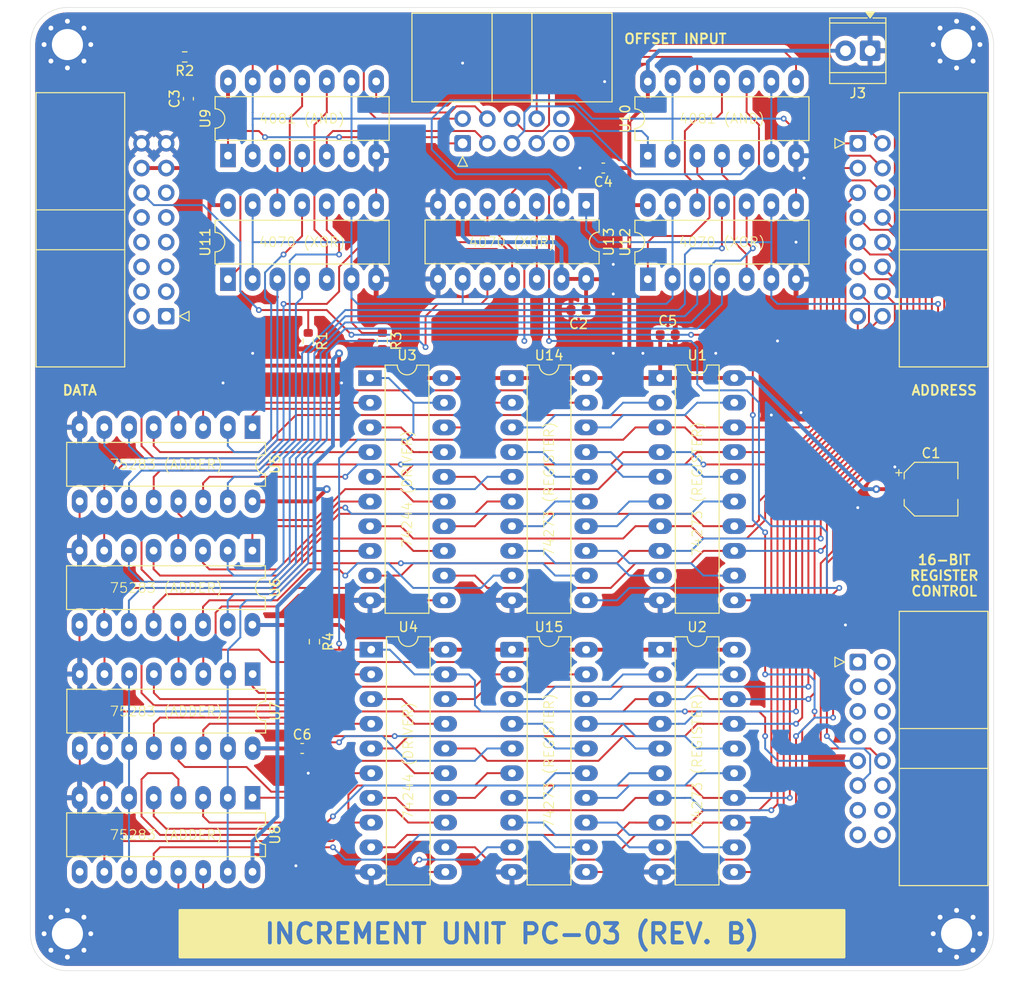
<source format=kicad_pcb>
(kicad_pcb (version 20241229) (generator "pcbnew") (generator_version "9.0")
  (title_block (title "Increment Unit") (date "2025-10-28") (rev "PC-03-B"))
  (layers (0 "F.Cu" signal) (2 "B.Cu" signal) (13 "F.Paste" user) (15 "B.Paste" user) (5 "F.SilkS" user "F.Silkscreen") (7 "B.SilkS" user "B.Silkscreen") (1 "F.Mask" user) (3 "B.Mask" user) (25 "Edge.Cuts" user))
  (net 0 "")
  (net 1 "/adr12")
  (net 2 "/adr8")
  (net 3 "/adr14")
  (net 4 "/adr13")
  (net 5 "/adr6")
  (net 6 "/adr1")
  (net 7 "/adr4")
  (net 8 "/adr10")
  (net 9 "/adr7")
  (net 10 "/adr15")
  (net 11 "/adr3")
  (net 12 "/adr5")
  (net 13 "/adr9")
  (net 14 "/adr11")
  (net 15 "/adr2")
  (net 16 "/adr0")
  (net 24 "GND")
  (net 30 "VCC")
  (net 44 "clock")
  (net 45 "/adder/reg2")
  (net 46 "/buf7")
  (net 47 "/buf2")
  (net 48 "/buf6")
  (net 49 "/adder/reg1")
  (net 50 "/adder/reg3")
  (net 51 "/buf5")
  (net 52 "/adder/reg0")
  (net 53 "/buf0")
  (net 54 "/adder/reg4")
  (net 55 "/buf3")
  (net 56 "/buf1")
  (net 57 "/adder/reg5")
  (net 58 "/buf4")
  (net 59 "/adder/reg7")
  (net 60 "/adder/reg6")
  (net 61 "/buf8")
  (net 62 "/adder/reg11")
  (net 63 "/adder/reg9")
  (net 64 "/adder/reg10")
  (net 65 "/adder/reg8")
  (net 66 "/buf15")
  (net 67 "/adder/reg15")
  (net 69 "/adder/reg12")
  (net 70 "/adder/reg13")
  (net 71 "/adder/reg14")
  (net 72 "/adder/offset1")
  (net 73 "/adder/offset3")
  (net 74 "Net-(U11-Pad1)")
  (net 75 "/adder/offset2")
  (net 76 "Net-(U11-Pad12)")
  (net 77 "Net-(U11-Pad8)")
  (net 78 "/adder/offset0")
  (net 79 "Net-(U11-Pad5)")
  (net 80 "Net-(U10-Pad4)")
  (net 81 "Net-(U10-Pad3)")
  (net 82 "Net-(U10-Pad10)")
  (net 83 "/adder/offset7")
  (net 84 "/adder/offset6")
  (net 85 "/adder/offset4")
  (net 86 "Net-(U10-Pad11)")
  (net 87 "/adder/offset5")
  (net 88 "/adder/inc3")
  (net 89 "/adder/inc1")
  (net 90 "/adder/inc0")
  (net 91 "/adder/inc2")
  (net 92 "/adder/inc6")
  (net 93 "/adder/inc4")
  (net 94 "/adder/inc7")
  (net 95 "/adder/inc5")
  (net 96 "/adder/inc11")
  (net 97 "/adder/inc10")
  (net 98 "/adder/inc8")
  (net 99 "/adder/inc9")
  (net 100 "/adder/inc13")
  (net 101 "/adder/inc15")
  (net 102 "/adder/inc12")
  (net 103 "/adder/inc14")
  (net 104 "/inc_dec")
  (net 105 "/inc_offset")
  (net 106 "/~{read_inc}")
  (net 108 "/buf11")
  (net 109 "/adder/carry_in")
  (net 110 "/buf14")
  (net 111 "/buf10")
  (net 112 "/buf12")
  (net 113 "/buf13")
  (net 114 "/buf9")
  (net 115 "/adder/sec_2")
  (net 116 "/adder/sec_0")
  (net 117 "/adder/c4")
  (net 118 "/adder/sec_3")
  (net 119 "/adder/sec_1")
  (net 120 "/adder/sec_7")
  (net 121 "/adder/c8")
  (net 122 "/adder/sec_5")
  (net 123 "/adder/sec_6")
  (net 124 "/adder/sec_4")
  (net 125 "/adder/dec_TTL")
  (net 126 "/adder/c12")
  (net 127 "~{clock}")
  (net 128 "/adder/~{carry_in}")
  (footprint "Connector_IDC:IDC-Header_2x08_P2.54mm_Horizontal" (layer "F.Cu") (at 54.61 54.61 180)
    (property "Reference" "DATA_BUS1" (hide yes))
    (property "Value" "Conn_01x16")
  )
  (footprint "Connector_IDC:IDC-Header_2x08_P2.54mm_Horizontal" (layer "F.Cu") (at 125.73 90.17)
    (property "Reference" "CTRL_BUS1" (hide yes))
    (property "Value" "Conn_01x16")
  )
  (footprint "Package_DIP:DIP-20_W7.62mm_LongPads" (layer "F.Cu") (at 105.41 60.96)
    (property "Reference" "U1")
    (property "Value" "74HC273")
  )
  (footprint "Resistor_SMD:R_0603_1608Metric" (layer "F.Cu") (at 56.515 27.94 180)
    (property "Reference" "R2")
    (property "Value" "100k")
  )
  (footprint "Capacitor_SMD:C_0603_1608Metric" (layer "F.Cu") (at 56.896 32.245 90)
    (property "Reference" "C3")
    (property "Value" "C")
  )
  (footprint "Connector_IDC:IDC-Header_2x05_P2.54mm_Horizontal" (layer "F.Cu") (at 85.09 36.83 90)
    (property "Reference" "J1" (hide yes))
    (property "Value" "Conn_01x10")
  )
  (footprint "Resistor_SMD:R_0603_1608Metric" (layer "F.Cu") (at 76.835 57.15 -90)
    (property "Reference" "R3")
    (property "Value" "100k")
  )
  (footprint "Package_DIP:DIP-16_W7.62mm_LongPads" (layer "F.Cu") (at 63.47 78.71 -90)
    (property "Reference" "U6")
    (property "Value" "74LS283")
  )
  (footprint "MountingHole:MountingHole_3.2mm_M3_Pad_Via" (layer "F.Cu") (at 135.89 118.11)
    (property "Reference" "H3" (hide yes))
    (property "Value" "MountingHole_Pad")
  )
  (footprint "Package_DIP:DIP-16_W7.62mm_LongPads" (layer "F.Cu") (at 63.5 91.41 -90)
    (property "Reference" "U7")
    (property "Value" "74LS283")
  )
  (footprint "Resistor_SMD:R_0603_1608Metric" (layer "F.Cu") (at 69.85 88.075 -90)
    (property "Reference" "R4")
    (property "Value" "100k")
  )
  (footprint "Capacitor_SMD:C_0603_1608Metric" (layer "F.Cu") (at 106.185 56.515)
    (property "Reference" "C5")
    (property "Value" "C")
  )
  (footprint "Package_DIP:DIP-16_W7.62mm_LongPads" (layer "F.Cu") (at 63.485 104.125 -90)
    (property "Reference" "U8")
    (property "Value" "74LS283")
  )
  (footprint "Capacitor_SMD:C_0603_1608Metric" (layer "F.Cu") (at 97.015 53.975 180)
    (property "Reference" "C2")
    (property "Value" "C")
  )
  (footprint "Package_DIP:DIP-14_W7.62mm_LongPads" (layer "F.Cu") (at 60.96 50.8 90)
    (property "Reference" "U11")
    (property "Value" "4070")
  )
  (footprint "Capacitor_SMD:C_0603_1608Metric" (layer "F.Cu") (at 68.593 99.06)
    (property "Reference" "C6")
    (property "Value" "C")
  )
  (footprint "Capacitor_SMD:CP_Elec_5x5.3" (layer "F.Cu") (at 133.264 72.39)
    (property "Reference" "C1")
    (property "Value" "C_Polarized")
  )
  (footprint "Package_DIP:DIP-20_W7.62mm_LongPads" (layer "F.Cu") (at 90.17 88.9)
    (property "Reference" "U15")
    (property "Value" "74HC273")
  )
  (footprint "TerminalBlock_TE-Connectivity:TerminalBlock_TE_282834-2_1x02_P2.54mm_Horizontal" (layer "F.Cu") (at 127 27.305 180)
    (property "Reference" "J3")
    (property "Value" "Screw_Terminal_01x02")
  )
  (footprint "Package_DIP:DIP-14_W7.62mm_LongPads" (layer "F.Cu") (at 104.14 38.1 90)
    (property "Reference" "U10")
    (property "Value" "4081")
  )
  (footprint "Connector_IDC:IDC-Header_2x08_P2.54mm_Horizontal" (layer "F.Cu") (at 125.73 36.83)
    (property "Reference" "ADDRESS_BUS1" (hide yes))
    (property "Value" "Conn_01x16")
  )
  (footprint "Package_DIP:DIP-14_W7.62mm_LongPads" (layer "F.Cu") (at 104.14 50.8 90)
    (property "Reference" "U12")
    (property "Value" "4070")
  )
  (footprint "MountingHole:MountingHole_3.2mm_M3_Pad_Via" (layer "F.Cu") (at 44.45 26.67)
    (property "Reference" "H1" (hide yes))
    (property "Value" "MountingHole_Pad")
  )
  (footprint "Package_DIP:DIP-16_W7.62mm_LongPads" (layer "F.Cu") (at 63.485 66.025 -90)
    (property "Reference" "U5")
    (property "Value" "74LS283")
  )
  (footprint "Resistor_SMD:R_0603_1608Metric" (layer "F.Cu") (at 69.215 57.15 -90)
    (property "Reference" "R1")
    (property "Value" "100k")
  )
  (footprint "Capacitor_SMD:C_0603_1608Metric" (layer "F.Cu") (at 99.555 39.37 180)
    (property "Reference" "C4")
    (property "Value" "C")
  )
  (footprint "Package_DIP:DIP-20_W7.62mm_LongPads" (layer "F.Cu") (at 90.17 60.96)
    (property "Reference" "U14")
    (property "Value" "74HC273")
  )
  (footprint "Package_DIP:DIP-14_W7.62mm_LongPads" (layer "F.Cu") (at 60.965 38.085 90)
    (property "Reference" "U9")
    (property "Value" "4081")
  )
  (footprint "MountingHole:MountingHole_3.2mm_M3_Pad_Via" (layer "F.Cu") (at 135.89 26.67)
    (property "Reference" "H2" (hide yes))
    (property "Value" "MountingHole_Pad")
  )
  (footprint "MountingHole:MountingHole_3.2mm_M3_Pad_Via" (layer "F.Cu") (at 44.45 118.11)
    (property "Reference" "H4" (hide yes))
    (property "Value" "MountingHole_Pad")
  )
  (footprint "Package_DIP:DIP-14_W7.62mm_LongPads" (layer "F.Cu") (at 97.8 43.15 -90)
    (property "Reference" "U13")
    (property "Value" "4070")
  )
  (footprint "Package_DIP:DIP-20_W7.62mm_LongPads" (layer "F.Cu") (at 75.692 88.9)
    (property "Reference" "U4")
    (property "Value" "74HC244")
  )
  (footprint "Package_DIP:DIP-20_W7.62mm_LongPads" (layer "F.Cu") (at 75.565 60.965)
    (property "Reference" "U3")
    (property "Value" "74HC244")
  )
  (footprint "Package_DIP:DIP-20_W7.62mm_LongPads" (layer "F.Cu") (at 105.395 88.905)
    (property "Reference" "U2")
    (property "Value" "74HC273")
  )
  (gr_line (start 139.7 26.67) (end 139.7 118.11) (stroke (width 0.05)) (layer "Edge.Cuts"))
  (gr_arc (start 135.89 22.86) (mid 138.584077 23.975923) (end 139.7 26.67) (stroke (width 0.05)) (layer "Edge.Cuts"))
  (gr_line (start 40.64 118.11) (end 40.64 26.67) (stroke (width 0.05)) (layer "Edge.Cuts"))
  (gr_line (start 44.45 22.86) (end 135.89 22.86) (stroke (width 0.05)) (layer "Edge.Cuts"))
  (gr_line (start 135.89 121.92) (end 44.45 121.92) (stroke (width 0.05)) (layer "Edge.Cuts"))
  (gr_arc (start 44.45 121.92) (mid 41.755923 120.804077) (end 40.64 118.11) (stroke (width 0.05)) (layer "Edge.Cuts"))
  (gr_arc (start 139.7 118.11) (mid 138.584077 120.804077) (end 135.89 121.92) (stroke (width 0.05)) (layer "Edge.Cuts"))
  (gr_arc (start 40.64 26.67) (mid 41.755923 23.975923) (end 44.45 22.86) (stroke (width 0.05)) (layer "Edge.Cuts"))
  (gr_text "74273 (REGISTER)" (at 109.22 72.39 90) (layer "F.SilkS") (effects (font (size 1 1) (thickness 0.1))))
  (gr_text "4070 (XOR)" (at 111.76 46.99 0) (layer "F.SilkS") (effects (font (size 1 1) (thickness 0.1))))
  (gr_text "4081 (AND)" (at 68.58 34.29 0) (layer "F.SilkS") (effects (font (size 1 1) (thickness 0.1))))
  (gr_text "74273 (REGISTER)" (at 109.22 100.33 90) (layer "F.SilkS") (effects (font (size 1 1) (thickness 0.1))))
  (gr_text "DATA" (at 45.72 62.23 0) (layer "F.SilkS") (effects (font (size 1 1) (thickness 0.2) (bold yes))))
  (gr_text "74273 (REGISTER)" (at 93.98 72.39 90) (layer "F.SilkS") (effects (font (size 1 1) (thickness 0.1))))
  (gr_text "ADDRESS" (at 134.62 62.23 0) (layer "F.SilkS") (effects (font (size 1 1) (thickness 0.2) (bold yes))))
  (gr_text "75283 (ADDER)" (at 54.61 82.55 0) (layer "F.SilkS") (effects (font (size 1 1) (thickness 0.1))))
  (gr_text "4070 (XOR)" (at 68.58 46.99 0) (layer "F.SilkS") (effects (font (size 1 1) (thickness 0.1))))
  (gr_text "16-BIT\nREGISTER\nCONTROL" (at 134.62 81.28 0) (layer "F.SilkS") (effects (font (size 1 1) (thickness 0.2) (bold yes))))
  (gr_text "75283 (ADDER)" (at 54.61 69.85 0) (layer "F.SilkS") (effects (font (size 1 1) (thickness 0.1))))
  (gr_text "74273 (REGISTER)" (at 93.98 100.33 90) (layer "F.SilkS") (effects (font (size 1 1) (thickness 0.1))))
  (gr_text "4070 (XOR)" (at 90.17 46.99 0) (layer "F.SilkS") (effects (font (size 1 1) (thickness 0.1))))
  (gr_text "75283 (ADDER)" (at 54.61 107.95 0) (layer "F.SilkS") (effects (font (size 1 1) (thickness 0.1))))
  (gr_text "75283 (ADDER)" (at 54.61 95.25 0) (layer "F.SilkS") (effects (font (size 1 1) (thickness 0.1))))
  (gr_text "74244 (DRIVER)" (at 79.39 72.39 90) (layer "F.SilkS") (effects (font (size 1 1) (thickness 0.1))))
  (gr_text "4081 (AND)" (at 111.76 34.29 0) (layer "F.SilkS") (effects (font (size 1 1) (thickness 0.1))))
  (gr_text "OFFSET INPUT" (at 101.6 26.67 0) (layer "F.SilkS") (effects (font (size 1 1) (thickness 0.2) (bold yes)) (justify left bottom)))
  (gr_text "74244 (DRIVER)" (at 79.502 100.33 90) (layer "F.SilkS") (effects (font (size 1 1) (thickness 0.1))))
  (gr_text "INCREMENT UNIT PC-03 (REV. B)" (at 90.17 118.11 0) (layer "F.SilkS" knockout) (effects (font (size 2 2) (thickness 0.4) (bold yes))))
  (segment (start 102.865 104.145) (end 101.6 105.41) (width 0.2) (layer "F.Cu") (net 1))
  (segment (start 126.88 55.365) (end 126.365 55.88) (width 0.2) (layer "F.Cu") (net 1))
  (segment (start 79.502 105.41) (end 78.232 104.14) (width 0.2) (layer "F.Cu") (net 1))
  (segment (start 78.232 104.14) (end 75.692 104.14) (width 0.2) (layer "F.Cu") (net 1))
  (segment (start 125.73 52.07) (end 126.88 53.22) (width 0.2) (layer "F.Cu") (net 1))
  (segment (start 117.475 104.775) (end 116.84 105.41) (width 0.2) (layer "F.Cu") (net 1))
  (segment (start 126.365 64.77) (end 117.475 73.66) (width 0.2) (layer "F.Cu") (net 1))
  (segment (start 105.395 104.145) (end 102.865 104.145) (width 0.2) (layer "F.Cu") (net 1))
  (segment (start 117.475 76.2) (end 117.475 104.775) (width 0.2) (layer "F.Cu") (net 1))
  (segment (start 126.88 53.22) (end 126.88 55.365) (width 0.2) (layer "F.Cu") (net 1))
  (segment (start 126.365 55.88) (end 126.365 64.77) (width 0.2) (layer "F.Cu") (net 1))
  (segment (start 117.475 73.66) (end 117.475 76.2) (width 0.2) (layer "F.Cu") (net 1))
  (segment (start 101.6 105.41) (end 79.502 105.41) (width 0.2) (layer "F.Cu") (net 1))
  (via (at 116.84 105.41) (size 0.6) (drill 0.3) (layers "F.Cu" "B.Cu") (net 1))
  (segment (start 107.945 104.145) (end 105.395 104.145) (width 0.2) (layer "B.Cu") (net 1))
  (segment (start 107.95 104.14) (end 107.945 104.145) (width 0.2) (layer "B.Cu") (net 1))
  (segment (start 109.855 105.41) (end 108.585 104.14) (width 0.2) (layer "B.Cu") (net 1))
  (segment (start 116.84 105.41) (end 109.855 105.41) (width 0.2) (layer "B.Cu") (net 1))
  (segment (start 108.585 104.14) (end 107.95 104.14) (width 0.2) (layer "B.Cu") (net 1))
  (segment (start 129.54 57.15) (end 131.445 55.245) (width 0.2) (layer "F.Cu") (net 2))
  (segment (start 120.65 92.71) (end 120.65 73.66) (width 0.2) (layer "F.Cu") (net 2))
  (segment (start 120.65 73.66) (end 129.54 64.77) (width 0.2) (layer "F.Cu") (net 2))
  (segment (start 128.905 48.26) (end 127 48.26) (width 0.2) (layer "F.Cu") (net 2))
  (segment (start 78.867 93.98) (end 75.692 93.98) (width 0.2) (layer "F.Cu") (net 2))
  (segment (start 129.54 64.77) (end 129.54 57.15) (width 0.2) (layer "F.Cu") (net 2))
  (segment (start 131.445 50.8) (end 128.905 48.26) (width 0.2) (layer "F.Cu") (net 2))
  (segment (start 105.395 93.985) (end 102.865 93.985) (width 0.2) (layer "F.Cu") (net 2))
  (segment (start 127 48.26) (end 125.73 46.99) (width 0.2) (layer "F.Cu") (net 2))
  (segment (start 131.445 55.245) (end 131.445 50.8) (width 0.2) (layer "F.Cu") (net 2))
  (segment (start 102.865 93.985) (end 101.6 95.25) (width 0.2) (layer "F.Cu") (net 2))
  (segment (start 101.6 95.25) (end 80.137 95.25) (width 0.2) (layer "F.Cu") (net 2))
  (segment (start 80.137 95.25) (end 78.867 93.98) (width 0.2) (layer "F.Cu") (net 2))
  (via (at 120.65 92.71) (size 0.6) (drill 0.3) (layers "F.Cu" "B.Cu") (net 2))
  (segment (start 120.65 92.71) (end 109.22 92.71) (width 0.2) (layer "B.Cu") (net 2))
  (segment (start 109.22 92.71) (end 107.945 93.985) (width 0.2) (layer "B.Cu") (net 2))
  (segment (start 107.945 93.985) (end 105.395 93.985) (width 0.2) (layer "B.Cu") (net 2))
  (segment (start 125.73 64.77) (end 116.84 73.66) (width 0.2) (layer "F.Cu") (net 3))
  (segment (start 116.84 73.66) (end 116.84 104.14) (width 0.2) (layer "F.Cu") (net 3))
  (segment (start 116.84 104.14) (end 115.57 105.41) (width 0.2) (layer "F.Cu") (net 3))
  (segment (start 102.87 106.68) (end 102.875 106.685) (width 0.2) (layer "F.Cu") (net 3))
  (segment (start 125.73 54.61) (end 125.73 64.77) (width 0.2) (layer "F.Cu") (net 3))
  (segment (start 102.235 106.68) (end 102.87 106.68) (width 0.2) (layer "F.Cu") (net 3))
  (segment (start 78.105 109.22) (end 79.375 107.95) (width 0.2) (layer "F.Cu") (net 3))
  (segment (start 115.57 105.41) (end 109.855 105.41) (width 0.2) (layer "F.Cu") (net 3))
  (segment (start 79.375 107.95) (end 100.97 107.95) (width 0.2) (layer "F.Cu") (net 3))
  (segment (start 75.692 109.22) (end 78.105 109.22) (width 0.2) (layer "F.Cu") (net 3))
  (segment (start 100.97 107.95) (end 102.235 106.685) (width 0.2) (layer "F.Cu") (net 3))
  (segment (start 102.875 106.685) (end 105.395 106.685) (width 0.2) (layer "F.Cu") (net 3))
  (segment (start 102.235 106.685) (end 102.235 106.68) (width 0.2) (layer "F.Cu") (net 3))
  (segment (start 108.58 106.685) (end 105.395 106.685) (width 0.2) (layer "F.Cu") (net 3))
  (segment (start 109.855 105.41) (end 108.58 106.685) (width 0.2) (layer "F.Cu") (net 3))
  (segment (start 113.015 104.145) (end 109.86 104.145) (width 0.2) (layer "F.Cu") (net 4))
  (segment (start 108.585 102.87) (end 87.63 102.87) (width 0.2) (layer "F.Cu") (net 4))
  (segment (start 129.54 53.34) (end 129.54 55.245) (width 0.2) (layer "F.Cu") (net 4))
  (segment (start 87.63 102.87) (end 86.36 104.14) (width 0.2) (layer "F.Cu") (net 4))
  (segment (start 129.54 55.245) (end 127.635 57.15) (width 0.2) (layer "F.Cu") (net 4))
  (segment (start 118.745 73.66) (end 118.745 104.14) (width 0.2) (layer "F.Cu") (net 4))
  (segment (start 109.86 104.145) (end 108.585 102.87) (width 0.2) (layer "F.Cu") (net 4))
  (segment (start 128.27 52.07) (end 129.54 53.34) (width 0.2) (layer "F.Cu") (net 4))
  (segment (start 127.635 64.77) (end 118.745 73.66) (width 0.2) (layer "F.Cu") (net 4))
  (segment (start 127.635 57.15) (end 127.635 64.77) (width 0.2) (layer "F.Cu") (net 4))
  (segment (start 86.36 104.14) (end 83.312 104.14) (width 0.2) (layer "F.Cu") (net 4))
  (via (at 118.745 104.14) (size 0.6) (drill 0.3) (layers "F.Cu" "B.Cu") (net 4))
  (segment (start 118.105 104.145) (end 113.015 104.145) (width 0.2) (layer "B.Cu") (net 4))
  (segment (start 118.11 104.14) (end 118.105 104.145) (width 0.2) (layer "B.Cu") (net 4))
  (segment (start 118.745 104.14) (end 118.11 104.14) (width 0.2) (layer "B.Cu") (net 4))
  (segment (start 80.025 80.01) (end 78.755 81.28) (width 0.2) (layer "F.Cu") (net 5))
  (segment (start 121.92 77.47) (end 121.92 73.66) (width 0.2) (layer "F.Cu") (net 5))
  (segment (start 105.41 78.74) (end 102.235 78.74) (width 0.2) (layer "F.Cu") (net 5))
  (segment (start 132.715 49.53) (end 128.905 45.72) (width 0.2) (layer "F.Cu") (net 5))
  (segment (start 128.905 45.72) (end 127 45.72) (width 0.2) (layer "F.Cu") (net 5))
  (segment (start 78.12 81.28) (end 78.115 81.285) (width 0.2) (layer "F.Cu") (net 5))
  (segment (start 100.965 80.01) (end 80.025 80.01) (width 0.2) (layer "F.Cu") (net 5))
  (segment (start 78.755 81.28) (end 78.12 81.28) (width 0.2) (layer "F.Cu") (net 5))
  (segment (start 130.81 57.15) (end 132.715 55.245) (width 0.2) (layer "F.Cu") (net 5))
  (segment (start 132.715 55.245) (end 132.715 49.53) (width 0.2) (layer "F.Cu") (net 5))
  (segment (start 121.92 73.66) (end 130.81 64.77) (width 0.2) (layer "F.Cu") (net 5))
  (segment (start 127 45.72) (end 125.73 44.45) (width 0.2) (layer "F.Cu") (net 5))
  (segment (start 102.235 78.74) (end 100.965 80.01) (width 0.2) (layer "F.Cu") (net 5))
  (segment (start 78.115 81.285) (end 75.565 81.285) (width 0.2) (layer "F.Cu") (net 5))
  (segment (start 130.81 64.77) (end 130.81 57.15) (width 0.2) (layer "F.Cu") (net 5))
  (via (at 121.92 77.47) (size 0.6) (drill 0.3) (layers "F.Cu" "B.Cu") (net 5))
  (segment (start 121.92 77.47) (end 109.855 77.47) (width 0.2) (layer "B.Cu") (net 5))
  (segment (start 109.855 77.47) (end 108.585 78.74) (width 0.2) (layer "B.Cu") (net 5))
  (segment (start 108.585 78.74) (end 105.41 78.74) (width 0.2) (layer "B.Cu") (net 5))
  (segment (start 120.65 66.04) (end 113.03 66.04) (width 0.2) (layer "F.Cu") (net 6))
  (segment (start 121.285 65.405) (end 120.65 66.04) (width 0.2) (layer "F.Cu") (net 6))
  (segment (start 109.22 66.04) (end 107.95 64.77) (width 0.2) (layer "F.Cu") (net 6))
  (segment (start 107.95 64.77) (end 87.63 64.77) (width 0.2) (layer "F.Cu") (net 6))
  (segment (start 123.19 35.56) (end 121.285 37.465) (width 0.2) (layer "F.Cu") (net 6))
  (segment (start 128.27 36.83) (end 127 35.56) (width 0.2) (layer "F.Cu") (net 6))
  (segment (start 121.285 37.465) (end 121.285 65.405) (width 0.2) (layer "F.Cu") (net 6))
  (segment (start 87.63 64.77) (end 86.355 66.045) (width 0.2) (layer "F.Cu") (net 6))
  (segment (start 113.03 66.04) (end 109.22 66.04) (width 0.2) (layer "F.Cu") (net 6))
  (segment (start 127 35.56) (end 123.19 35.56) (width 0.2) (layer "F.Cu") (net 6))
  (segment (start 86.355 66.045) (end 83.185 66.045) (width 0.2) (layer "F.Cu") (net 6))
  (segment (start 116.205 75.565) (end 114.3 77.47) (width 0.2) (layer "F.Cu") (net 7))
  (segment (start 125.73 41.91) (end 124.46 43.18) (width 0.2) (layer "F.Cu") (net 7))
  (segment (start 101.6 77.47) (end 102.87 76.2) (width 0.2) (layer "F.Cu") (net 7))
  (segment (start 78.745 76.205) (end 80.01 77.47) (width 0.2) (layer "F.Cu") (net 7))
  (segment (start 124.46 65.405) (end 116.205 73.66) (width 0.2) (layer "F.Cu") (net 7))
  (segment (start 116.205 73.66) (end 116.205 75.565) (width 0.2) (layer "F.Cu") (net 7))
  (segment (start 80.01 77.47) (end 101.6 77.47) (width 0.2) (layer "F.Cu") (net 7))
  (segment (start 114.3 77.47) (end 109.855 77.47) (width 0.2) (layer "F.Cu") (net 7))
  (segment (start 109.855 77.47) (end 108.585 76.2) (width 0.2) (layer "F.Cu") (net 7))
  (segment (start 105.41 76.2) (end 102.87 76.2) (width 0.2) (layer "F.Cu") (net 7))
  (segment (start 108.585 76.2) (end 105.41 76.2) (width 0.2) (layer "F.Cu") (net 7))
  (segment (start 124.46 43.18) (end 124.46 65.405) (width 0.2) (layer "F.Cu") (net 7))
  (segment (start 75.565 76.205) (end 78.745 76.205) (width 0.2) (layer "F.Cu") (net 7))
  (segment (start 130.175 55.245) (end 128.27 57.15) (width 0.2) (layer "F.Cu") (net 8))
  (segment (start 105.395 96.525) (end 101.595 96.525) (width 0.2) (layer "F.Cu") (net 8))
  (segment (start 101.595 96.525) (end 100.33 97.79) (width 0.2) (layer "F.Cu") (net 8))
  (segment (start 128.27 64.77) (end 119.38 73.66) (width 0.2) (layer "F.Cu") (net 8))
  (segment (start 128.27 57.15) (end 128.27 64.77) (width 0.2) (layer "F.Cu") (net 8))
  (segment (start 100.33 97.79) (end 79.502 97.79) (width 0.2) (layer "F.Cu") (net 8))
  (segment (start 79.502 97.79) (end 78.232 99.06) (width 0.2) (layer "F.Cu") (net 8))
  (segment (start 130.175 52.07) (end 130.175 55.245) (width 0.2) (layer "F.Cu") (net 8))
  (segment (start 127 50.8) (end 128.905 50.8) (width 0.2) (layer "F.Cu") (net 8))
  (segment (start 119.38 73.66) (end 119.38 95.25) (width 0.2) (layer "F.Cu") (net 8))
  (segment (start 128.905 50.8) (end 130.175 52.07) (width 0.2) (layer "F.Cu") (net 8))
  (segment (start 125.73 49.53) (end 127 50.8) (width 0.2) (layer "F.Cu") (net 8))
  (segment (start 78.232 99.06) (end 75.692 99.06) (width 0.2) (layer "F.Cu") (net 8))
  (via (at 119.38 95.25) (size 0.6) (drill 0.3) (layers "F.Cu" "B.Cu") (net 8))
  (segment (start 107.315 96.52) (end 107.31 96.525) (width 0.2) (layer "B.Cu") (net 8))
  (segment (start 107.31 96.525) (end 105.395 96.525) (width 0.2) (layer "B.Cu") (net 8))
  (segment (start 119.38 95.25) (end 109.22 95.25) (width 0.2) (layer "B.Cu") (net 8))
  (segment (start 109.22 95.25) (end 107.95 96.52) (width 0.2) (layer "B.Cu") (net 8))
  (segment (start 107.95 96.52) (end 107.315 96.52) (width 0.2) (layer "B.Cu") (net 8))
  (segment (start 102.87 80.01) (end 100.33 82.55) (width 0.2) (layer "F.Cu") (net 9))
  (segment (start 131.445 57.15) (end 133.35 55.245) (width 0.2) (layer "F.Cu") (net 9))
  (segment (start 122.555 73.66) (end 131.445 64.77) (width 0.2) (layer "F.Cu") (net 9))
  (segment (start 87.63 82.55) (end 86.36 81.28) (width 0.2) (layer "F.Cu") (net 9))
  (segment (start 86.355 81.285) (end 83.185 81.285) (width 0.2) (layer "F.Cu") (net 9))
  (segment (start 108.585 80.01) (end 102.87 80.01) (width 0.2) (layer "F.Cu") (net 9))
  (segment (start 86.36 81.28) (end 86.355 81.285) (width 0.2) (layer "F.Cu") (net 9))
  (segment (start 113.03 78.74) (end 109.855 78.74) (width 0.2) (layer "F.Cu") (net 9))
  (segment (start 133.35 55.245) (end 133.35 49.53) (width 0.2) (layer "F.Cu") (net 9))
  (segment (start 122.555 78.105) (end 122.555 73.66) (width 0.2) (layer "F.Cu") (net 9))
  (segment (start 133.35 49.53) (end 128.27 44.45) (width 0.2) (layer "F.Cu") (net 9))
  (segment (start 121.92 78.74) (end 122.555 78.105) (width 0.2) (layer "F.Cu") (net 9))
  (segment (start 100.33 82.55) (end 87.63 82.55) (width 0.2) (layer "F.Cu") (net 9))
  (segment (start 109.855 78.74) (end 108.585 80.01) (width 0.2) (layer "F.Cu") (net 9))
  (segment (start 131.445 64.77) (end 131.445 57.15) (width 0.2) (layer "F.Cu") (net 9))
  (via (at 121.92 78.74) (size 0.6) (drill 0.3) (layers "F.Cu" "B.Cu") (net 9))
  (segment (start 121.92 78.74) (end 113.03 78.74) (width 0.2) (layer "B.Cu") (net 9))
  (segment (start 102.87 107.95) (end 100.33 110.49) (width 0.2) (layer "F.Cu") (net 10))
  (segment (start 100.33 110.49) (end 87.63 110.49) (width 0.2) (layer "F.Cu") (net 10))
  (segment (start 116.835 106.685) (end 113.015 106.685) (width 0.2) (layer "F.Cu") (net 10))
  (segment (start 118.11 105.41) (end 116.835 106.685) (width 0.2) (layer "F.Cu") (net 10))
  (segment (start 108.585 107.95) (end 102.87 107.95) (width 0.2) (layer "F.Cu") (net 10))
  (segment (start 127 55.88) (end 127 64.77) (width 0.2) (layer "F.Cu") (net 10))
  (segment (start 109.86 106.685) (end 113.015 106.685) (width 0.2) (layer "F.Cu") (net 10))
  (segment (start 128.27 54.61) (end 127 55.88) (width 0.2) (layer "F.Cu") (net 10))
  (segment (start 127 64.77) (end 118.11 73.66) (width 0.2) (layer "F.Cu") (net 10))
  (segment (start 118.11 73.66) (end 118.11 105.41) (width 0.2) (layer "F.Cu") (net 10))
  (segment (start 108.585 107.95) (end 109.855 106.68) (width 0.2) (layer "F.Cu") (net 10))
  (segment (start 87.63 110.49) (end 86.36 109.22) (width 0.2) (layer "F.Cu") (net 10))
  (segment (start 109.855 106.68) (end 109.86 106.685) (width 0.2) (layer "F.Cu") (net 10))
  (segment (start 86.36 109.22) (end 83.312 109.22) (width 0.2) (layer "F.Cu") (net 10))
  (segment (start 101.6 69.85) (end 99.06 72.39) (width 0.2) (layer "F.Cu") (net 11))
  (segment (start 123.19 38.1) (end 122.555 38.735) (width 0.2) (layer "F.Cu") (net 11))
  (segment (start 127 38.1) (end 123.19 38.1) (width 0.2) (layer "F.Cu") (net 11))
  (segment (start 99.06 72.39) (end 87.63 72.39) (width 0.2) (layer "F.Cu") (net 11))
  (segment (start 128.27 39.37) (end 127 38.1) (width 0.2) (layer "F.Cu") (net 11))
  (segment (start 122.555 65.405) (end 119.38 68.58) (width 0.2) (layer "F.Cu") (net 11))
  (segment (start 119.38 68.58) (end 113.03 68.58) (width 0.2) (layer "F.Cu") (net 11))
  (segment (start 109.22 68.58) (end 107.95 69.85) (width 0.2) (layer "F.Cu") (net 11))
  (segment (start 86.36 71.12) (end 86.355 71.125) (width 0.2) (layer "F.Cu") (net 11))
  (segment (start 107.95 69.85) (end 101.6 69.85) (width 0.2) (layer "F.Cu") (net 11))
  (segment (start 86.355 71.125) (end 83.185 71.125) (width 0.2) (layer "F.Cu") (net 11))
  (segment (start 113.03 68.58) (end 109.22 68.58) (width 0.2) (layer "F.Cu") (net 11))
  (segment (start 122.555 38.735) (end 122.555 65.405) (width 0.2) (layer "F.Cu") (net 11))
  (segment (start 87.63 72.39) (end 86.36 71.12) (width 0.2) (layer "F.Cu") (net 11))
  (segment (start 127 40.64) (end 124.46 40.64) (width 0.2) (layer "F.Cu") (net 12))
  (segment (start 87.63 74.93) (end 86.355 76.205) (width 0.2) (layer "F.Cu") (net 12))
  (segment (start 109.855 76.2) (end 108.585 74.93) (width 0.2) (layer "F.Cu") (net 12))
  (segment (start 86.355 76.205) (end 83.185 76.205) (width 0.2) (layer "F.Cu") (net 12))
  (segment (start 108.585 74.93) (end 87.63 74.93) (width 0.2) (layer "F.Cu") (net 12))
  (segment (start 124.46 40.64) (end 123.825 41.275) (width 0.2) (layer "F.Cu") (net 12))
  (segment (start 114.935 76.2) (end 113.03 76.2) (width 0.2) (layer "F.Cu") (net 12))
  (segment (start 128.27 41.91) (end 127 40.64) (width 0.2) (layer "F.Cu") (net 12))
  (segment (start 115.57 75.565) (end 114.935 76.2) (width 0.2) (layer "F.Cu") (net 12))
  (segment (start 123.825 65.405) (end 115.57 73.66) (width 0.2) (layer "F.Cu") (net 12))
  (segment (start 113.03 76.2) (end 109.855 76.2) (width 0.2) (layer "F.Cu") (net 12))
  (segment (start 115.57 73.66) (end 115.57 75.565) (width 0.2) (layer "F.Cu") (net 12))
  (segment (start 123.825 41.275) (end 123.825 65.405) (width 0.2) (layer "F.Cu") (net 12))
  (segment (start 111.13 93.985) (end 111.125 93.98) (width 0.2) (layer "F.Cu") (net 13))
  (segment (start 128.27 46.99) (end 132.08 50.8) (width 0.2) (layer "F.Cu") (net 13))
  (segment (start 130.175 57.15) (end 130.175 64.77) (width 0.2) (layer "F.Cu") (net 13))
  (segment (start 130.175 64.77) (end 121.285 73.66) (width 0.2) (layer "F.Cu") (net 13))
  (segment (start 86.36 93.98) (end 83.312 93.98) (width 0.2) (layer "F.Cu") (net 13))
  (segment (start 87.63 92.71) (end 86.36 93.98) (width 0.2) (layer "F.Cu") (net 13))
  (segment (start 132.08 55.245) (end 130.175 57.15) (width 0.2) (layer "F.Cu") (net 13))
  (segment (start 111.125 93.98) (end 110.49 93.98) (width 0.2) (layer "F.Cu") (net 13))
  (segment (start 109.22 92.71) (end 87.63 92.71) (width 0.2) (layer "F.Cu") (net 13))
  (segment (start 121.285 73.66) (end 121.285 93.345) (width 0.2) (layer "F.Cu") (net 13))
  (segment (start 132.08 50.8) (end 132.08 55.245) (width 0.2) (layer "F.Cu") (net 13))
  (segment (start 110.49 93.98) (end 109.22 92.71) (width 0.2) (layer "F.Cu") (net 13))
  (segment (start 113.015 93.985) (end 111.13 93.985) (width 0.2) (layer "F.Cu") (net 13))
  (segment (start 121.285 93.345) (end 120.65 93.98) (width 0.2) (layer "F.Cu") (net 13))
  (via (at 120.65 93.98) (size 0.6) (drill 0.3) (layers "F.Cu" "B.Cu") (net 13))
  (segment (start 120.65 93.98) (end 120.645 93.985) (width 0.2) (layer "B.Cu") (net 13))
  (segment (start 120.645 93.985) (end 113.015 93.985) (width 0.2) (layer "B.Cu") (net 13))
  (segment (start 120.015 73.66) (end 120.015 95.885) (width 0.2) (layer "F.Cu") (net 14))
  (segment (start 128.905 57.15) (end 128.905 64.77) (width 0.2) (layer "F.Cu") (net 14))
  (segment (start 107.95 97.79) (end 109.22 96.52) (width 0.2) (layer "F.Cu") (net 14))
  (segment (start 86.36 99.06) (end 87.63 100.33) (width 0.2) (layer "F.Cu") (net 14))
  (segment (start 109.855 96.52) (end 109.86 96.525) (width 0.2) (layer "F.Cu") (net 14))
  (segment (start 99.06 100.33) (end 101.6 97.79) (width 0.2) (layer "F.Cu") (net 14))
  (segment (start 120.015 95.885) (end 119.38 96.52) (width 0.2) (layer "F.Cu") (net 14))
  (segment (start 109.86 96.525) (end 113.015 96.525) (width 0.2) (layer "F.Cu") (net 14))
  (segment (start 128.905 64.77) (end 120.015 73.66) (width 0.2) (layer "F.Cu") (net 14))
  (segment (start 130.81 55.245) (end 128.905 57.15) (width 0.2) (layer "F.Cu") (net 14))
  (segment (start 130.81 52.07) (end 130.81 55.245) (width 0.2) (layer "F.Cu") (net 14))
  (segment (start 87.63 100.33) (end 99.06 100.33) (width 0.2) (layer "F.Cu") (net 14))
  (segment (start 109.22 96.52) (end 109.855 96.52) (width 0.2) (layer "F.Cu") (net 14))
  (segment (start 101.6 97.79) (end 107.95 97.79) (width 0.2) (layer "F.Cu") (net 14))
  (segment (start 128.27 49.53) (end 130.81 52.07) (width 0.2) (layer "F.Cu") (net 14))
  (segment (start 83.312 99.06) (end 86.36 99.06) (width 0.2) (layer "F.Cu") (net 14))
  (via (at 119.38 96.52) (size 0.6) (drill 0.3) (layers "F.Cu" "B.Cu") (net 14))
  (segment (start 119.38 96.52) (end 118.745 96.52) (width 0.2) (layer "B.Cu") (net 14))
  (segment (start 118.745 96.52) (end 118.74 96.525) (width 0.2) (layer "B.Cu") (net 14))
  (segment (start 118.74 96.525) (end 113.015 96.525) (width 0.2) (layer "B.Cu") (net 14))
  (segment (start 101.6 68.58) (end 105.41 68.58) (width 0.2) (layer "F.Cu") (net 15))
  (segment (start 78.12 71.12) (end 78.115 71.125) (width 0.2) (layer "F.Cu") (net 15))
  (segment (start 78.115 71.125) (end 75.565 71.125) (width 0.2) (layer "F.Cu") (net 15))
  (segment (start 123.19 65.405) (end 118.745 69.85) (width 0.2) (layer "F.Cu") (net 15))
  (segment (start 100.33 69.85) (end 101.6 68.58) (width 0.2) (layer "F.Cu") (net 15))
  (segment (start 80.025 69.85) (end 78.755 71.12) (width 0.2) (layer "F.Cu") (net 15))
  (segment (start 80.025 69.85) (end 100.33 69.85) (width 0.2) (layer "F.Cu") (net 15))
  (segment (start 118.745 69.85) (end 109.855 69.85) (width 0.2) (layer "F.Cu") (net 15))
  (segment (start 123.825 39.37) (end 123.19 40.005) (width 0.2) (layer "F.Cu") (net 15))
  (segment (start 125.73 39.37) (end 123.825 39.37) (width 0.2) (layer "F.Cu") (net 15))
  (segment (start 78.755 71.12) (end 78.12 71.12) (width 0.2) (layer "F.Cu") (net 15))
  (segment (start 123.19 40.005) (end 123.19 65.405) (width 0.2) (layer "F.Cu") (net 15))
  (via (at 109.855 69.85) (size 0.6) (drill 0.3) (layers "F.Cu" "B.Cu") (net 15))
  (segment (start 105.41 68.58) (end 108.585 68.58) (width 0.2) (layer "B.Cu") (net 15))
  (segment (start 109.855 69.85) (end 108.585 68.58) (width 0.2) (layer "B.Cu") (net 15))
  (segment (start 80.025 67.31) (end 78.755 66.04) (width 0.2) (layer "F.Cu") (net 16))
  (segment (start 78.75 66.045) (end 75.565 66.045) (width 0.2) (layer "F.Cu") (net 16))
  (segment (start 121.92 65.405) (end 120.015 67.31) (width 0.2) (layer "F.Cu") (net 16))
  (segment (start 102.87 66.04) (end 101.6 67.31) (width 0.2) (layer "F.Cu") (net 16))
  (segment (start 125.73 36.83) (end 122.555 36.83) (width 0.2) (layer "F.Cu") (net 16))
  (segment (start 121.92 37.465) (end 121.92 65.405) (width 0.2) (layer "F.Cu") (net 16))
  (segment (start 120.015 67.31) (end 109.22 67.31) (width 0.2) (layer "F.Cu") (net 16))
  (segment (start 122.555 36.83) (end 121.92 37.465) (width 0.2) (layer "F.Cu") (net 16))
  (segment (start 105.41 66.04) (end 102.87 66.04) (width 0.2) (layer "F.Cu") (net 16))
  (segment (start 107.95 66.04) (end 105.41 66.04) (width 0.2) (layer "F.Cu") (net 16))
  (segment (start 78.755 66.04) (end 78.75 66.045) (width 0.2) (layer "F.Cu") (net 16))
  (segment (start 101.6 67.31) (end 80.025 67.31) (width 0.2) (layer "F.Cu") (net 16))
  (segment (start 109.22 67.31) (end 107.95 66.04) (width 0.2) (layer "F.Cu") (net 16))
  (via (at 100.584 52.324) (size 0.6) (drill 0.3) (layers "F.Cu" "B.Cu") (net 24))
  (via (at 116.84 64.77) (size 0.6) (drill 0.3) (layers "F.Cu" "B.Cu") (net 24))
  (via (at 111.125 58.42) (size 0.6) (drill 0.3) (layers "F.Cu" "B.Cu") (net 24))
  (via (at 125.73 74.295) (size 0.6) (drill 0.3) (layers "F.Cu" "B.Cu") (net 24))
  (via (at 99.695 30.48) (size 0.6) (drill 0.3) (layers "F.Cu" "B.Cu") (net 24))
  (via (at 119.888 64.516) (size 0.6) (drill 0.3) (layers "F.Cu" "B.Cu") (net 24))
  (via (at 117.475 57.15) (size 0.6) (drill 0.3) (layers "F.Cu" "B.Cu") (net 24))
  (via (at 100.584 49.276) (size 0.6) (drill 0.3) (layers "F.Cu" "B.Cu") (net 24))
  (via (at 119.38 46.99) (size 0.6) (drill 0.3) (layers "F.Cu" "B.Cu") (net 24))
  (via (at 124.46 86.36) (size 0.6) (drill 0.3) (layers "F.Cu" "B.Cu") (net 24))
  (via (at 97.155 39.37) (size 0.6) (drill 0.3) (layers "F.Cu" "B.Cu") (net 24))
  (via (at 100.584 58.42) (size 0.6) (drill 0.3) (layers "F.Cu" "B.Cu") (net 24))
  (via (at 69.215 101.6) (size 0.6) (drill 0.3) (layers "F.Cu" "B.Cu") (net 24))
  (via (at 85.09 28.575) (size 0.6) (drill 0.3) (layers "F.Cu" "B.Cu") (net 24))
  (via (at 103.632 58.42) (size 0.6) (drill 0.3) (layers "F.Cu" "B.Cu") (net 24))
  (via (at 60.452 61.468) (size 0.6) (drill 0.3) (layers "F.Cu" "B.Cu") (net 24))
  (via (at 72.644 61.468) (size 0.6) (drill 0.3) (layers "F.Cu" "B.Cu") (net 24))
  (via (at 129.54 70.104) (size 0.6) (drill 0.3) (layers "F.Cu" "B.Cu") (net 24))
  (via (at 63.5 58.42) (size 0.6) (drill 0.3) (layers "F.Cu" "B.Cu") (net 24))
  (via (at 67.945 111.125) (size 0.6) (drill 0.3) (layers "F.Cu" "B.Cu") (net 24))
  (via (at 120.2 40.4) (size 0.6) (drill 0.3) (layers "F.Cu" "B.Cu") (net 24))
  (segment (start 61.595 59.69) (end 59.055 57.15) (width 0.4) (layer "F.Cu") (net 30))
  (segment (start 131.064 72.39) (end 127.635 72.39) (width 0.4) (layer "F.Cu") (net 30))
  (segment (start 102.235 50.8) (end 97.83 50.8) (width 0.4) (layer "F.Cu") (net 30))
  (segment (start 59.055 34.925) (end 59.055 39.37) (width 0.4) (layer "F.Cu") (net 30))
  (segment (start 113.03 60.96) (end 112.395 60.96) (width 0.4) (layer "F.Cu") (net 30))
  (segment (start 97.83 50.8) (end 97.8 50.77) (width 0.4) (layer "F.Cu") (net 30))
  (segment (start 80.137 88.9) (end 83.312 88.9) (width 0.4) (layer "F.Cu") (net 30))
  (segment (start 102.235 50.8) (end 102.235 60.96) (width 0.4) (layer "F.Cu") (net 30))
  (segment (start 113.03 60.96) (end 105.41 60.96) (width 0.4) (layer "F.Cu") (net 30))
  (segment (start 71.12 59.69) (end 72.39 59.69) (width 0.4) (layer "F.Cu") (net 30))
  (segment (start 59.055 39.37) (end 54.61 39.37) (width 0.4) (layer "F.Cu") (net 30))
  (segment (start 97.79 60.96) (end 102.235 60.96) (width 0.4) (layer "F.Cu") (net 30))
  (segment (start 83.317 88.905) (end 83.312 88.9) (width 0.4) (layer "F.Cu") (net 30))
  (segment (start 60.965 33.015) (end 59.055 34.925) (width 0.4) (layer "F.Cu") (net 30))
  (segment (start 63.5 73.66) (end 63.485 73.645) (width 0.4) (layer "F.Cu") (net 30))
  (segment (start 80.65 60.965) (end 83.185 60.965) (width 0.4) (layer "F.Cu") (net 30))
  (segment (start 69.85 86.36) (end 72.39 86.36) (width 0.4) (layer "F.Cu") (net 30))
  (segment (start 78.867 87.63) (end 80.137 88.9) (width 0.4) (layer "F.Cu") (net 30))
  (segment (start 59.055 34.925) (end 57.785 34.925) (width 0.4) (layer "F.Cu") (net 30))
  (segment (start 100.33 39.37) (end 102.235 39.37) (width 0.4) (layer "F.Cu") (net 30))
  (segment (start 63.485 73.645) (end 69.865 73.645) (width 0.4) (layer "F.Cu") (net 30))
  (segment (start 102.235 43.18) (end 102.235 50.8) (width 0.4) (layer "F.Cu") (net 30))
  (segment (start 69.85 86.36) (end 63.5 86.36) (width 0.4) (layer "F.Cu") (net 30))
  (segment (start 97.15 60.965) (end 83.185 60.965) (width 0.4) (layer "F.Cu") (net 30))
  (segment (start 71.12 59.69) (end 61.595 59.69) (width 0.4) (layer "F.Cu") (net 30))
  (segment (start 59.055 57.15) (end 59.055 43.18) (width 0.4) (layer "F.Cu") (net 30))
  (segment (start 63.53 99.06) (end 63.5 99.03) (width 0.4) (layer "F.Cu") (net 30))
  (segment (start 113.015 88.905) (end 83.317 88.905) (width 0.4) (layer "F.Cu") (net 30))
  (segment (start 97.79 50.78) (end 97.8 50.77) (width 0.4) (layer "F.Cu") (net 30))
  (segment (start 56.896 34.036) (end 56.896 33.02) (width 0.4) (layer "F.Cu") (net 30))
  (segment (start 97.79 53.975) (end 97.79 50.78) (width 0.4) (layer "F.Cu") (net 30))
  (segment (start 102.235 43.18) (end 104.14 43.18) (width 0.4) (layer "F.Cu") (net 30))
  (segment (start 60.96 43.18) (end 59.055 43.18) (width 0.4) (layer "F.Cu") (net 30))
  (segment (start 95.26 50.77) (end 97.8 50.77) (width 0.4) (layer "F.Cu") (net 30))
  (segment (start 105.41 60.96) (end 105.41 56.515) (width 0.4) (layer "F.Cu") (net 30))
  (segment (start 59.055 40.64) (end 59.055 39.37) (width 0.4) (layer "F.Cu") (net 30))
  (segment (start 73.66 87.63) (end 78.867 87.63) (width 0.4) (layer "F.Cu") (net 30))
  (segment (start 72.39 59.69) (end 79.375 59.69) (width 0.4) (layer "F.Cu") (net 30))
  (segment (start 60.965 30.465) (end 60.965 33.015) (width 0.4) (layer "F.Cu") (net 30))
  (segment (start 79.375 59.69) (end 80.65 60.965) (width 0.4) (layer "F.Cu") (net 30))
  (segment (start 112.395 60.96) (end 112.39 60.965) (width 0.4) (layer "F.Cu") (net 30))
  (segment (start 97.155 60.96) (end 97.15 60.965) (width 0.4) (layer "F.Cu") (net 30))
  (segment (start 69.85 87.25) (end 69.85 86.36) (width 0.4) (layer "F.Cu") (net 30))
  (segment (start 104.14 30.48) (end 104.14 32.639) (width 0.4) (layer "F.Cu") (net 30))
  (segment (start 104.14 32.639) (end 102.235 34.544) (width 0.4) (layer "F.Cu") (net 30))
  (segment (start 102.235 60.96) (end 105.41 60.96) (width 0.4) (layer "F.Cu") (net 30))
  (segment (start 102.235 39.37) (end 102.235 43.18) (width 0.4) (layer "F.Cu") (net 30))
  (segment (start 97.79 60.96) (end 97.155 60.96) (width 0.4) (layer "F.Cu") (net 30))
  (segment (start 63.5 86.36) (end 63.47 86.33) (width 0.4) (layer "F.Cu") (net 30))
  (segment (start 54.61 39.37) (end 52.07 39.37) (width 0.4) (layer "F.Cu") (net 30))
  (segment (start 72.39 86.36) (end 73.66 87.63) (width 0.4) (layer "F.Cu") (net 30))
  (segment (start 72.39 58.42) (end 72.39 59.69) (width 0.4) (layer "F.Cu") (net 30))
  (segment (start 57.785 34.925) (end 56.896 34.036) (width 0.4) (layer "F.Cu") (net 30))
  (segment (start 102.235 34.544) (end 102.235 39.37) (width 0.4) (layer "F.Cu") (net 30))
  (segment (start 67.818 99.06) (end 63.53 99.06) (width 0.4) (layer "F.Cu") (net 30))
  (segment (start 69.865 73.645) (end 71.12 72.39) (width 0.4) (layer "F.Cu") (net 30))
  (segment (start 59.055 40.64) (end 59.055 43.18) (width 0.4) (layer "F.Cu") (net 30))
  (via (at 71.12 72.39) (size 0.8) (drill 0.4) (layers "F.Cu" "B.Cu") (net 30))
  (via (at 72.39 58.42) (size 0.8) (drill 0.4) (layers "F.Cu" "B.Cu") (net 30))
  (via (at 127.635 72.39) (size 0.8) (drill 0.4) (layers "F.Cu" "B.Cu") (net 30))
  (segment (start 66.04 86.36) (end 63.5 86.36) (width 0.4) (layer "B.Cu") (net 30))
  (segment (start 66.04 84.455) (end 69.85 80.645) (width 0.4) (layer "B.Cu") (net 30))
  (segment (start 69.85 80.645) (end 69.85 72.39) (width 0.4) (layer "B.Cu") (net 30))
  (segment (start 63.485 108.6) (end 63.485 111.745) (width 0.4) (layer "B.Cu") (net 30))
  (segment (start 66.04 99.06) (end 66.04 106.045) (width 0.4) (layer "B.Cu") (net 30))
  (segment (start 65.405 106.68) (end 63.485 108.6) (width 0.4) (layer "B.Cu") (net 30))
  (segment (start 104.14 30.48) (end 104.14 30.988) (width 0.4) (layer "B.Cu") (net 30))
  (segment (start 71.755 59.055) (end 72.39 58.42) (width 0.4) (layer "B.Cu") (net 30))
  (segment (start 69.85 69.85) (end 71.755 67.945) (width 0.4) (layer "B.Cu") (net 30))
  (segment (start 85.1 46.365) (end 85.725 46.99) (width 0.4) (layer "B.Cu") (net 30))
  (segment (start 69.85 72.39) (end 69.85 69.85) (width 0.4) (layer "B.Cu") (net 30))
  (segment (start 85.1 43.15) (end 85.1 46.365) (width 0.4) (layer "B.Cu") (net 30))
  (segment (start 71.12 72.39) (end 69.85 72.39) (width 0.4) (layer "B.Cu") (net 30))
  (segment (start 66.04 106.045) (end 65.405 106.68) (width 0.4) (layer "B.Cu") (net 30))
  (segment (start 95.26 47.635) (end 95.26 50.77) (width 0.4) (layer "B.Cu") (net 30))
  (segment (start 114.935 60.96) (end 113.03 60.96) (width 0.4) (layer "B.Cu") (net 30))
  (segment (start 124.46 27.305) (end 105.283 27.305) (width 0.4) (layer "B.Cu") (net 30))
  (segment (start 66.04 86.36) (end 66.04 84.455) (width 0.4) (layer "B.Cu") (net 30))
  (segment (start 85.725 46.99) (end 94.615 46.99) (width 0.4) (layer "B.Cu") (net 30))
  (segment (start 126.365 72.39) (end 114.935 60.96) (width 0.4) (layer "B.Cu") (net 30))
  (segment (start 104.14 28.448) (end 104.14 30.48) (width 0.4) (layer "B.Cu") (net 30))
  (segment (start 94.615 46.99) (end 95.26 47.635) (width 0.4) (layer "B.Cu") (net 30))
  (segment (start 63.5 86.36) (end 63.47 86.33) (width 0.4) (layer "B.Cu") (net 30))
  (segment (start 66.01 99.03) (end 66.04 99.06) (width 0.4) (layer "B.Cu") (net 30))
  (segment (start 71.755 67.945) (end 71.755 59.055) (width 0.4) (layer "B.Cu") (net 30))
  (segment (start 105.283 27.305) (end 104.14 28.448) (width 0.4) (layer "B.Cu") (net 30))
  (segment (start 66.04 99.06) (end 66.04 91.44) (width 0.4) (layer "B.Cu") (net 30))
  (segment (start 127.635 72.39) (end 126.365 72.39) (width 0.4) (layer "B.Cu") (net 30))
  (segment (start 63.5 99.03) (end 66.01 99.03) (width 0.4) (layer "B.Cu") (net 30))
  (segment (start 66.04 91.44) (end 66.04 86.36) (width 0.4) (layer "B.Cu") (net 30))
  (segment (start 114.93 111.765) (end 113.015 111.765) (width 0.2) (layer "F.Cu") (net 44))
  (segment (start 73.66 56.515) (end 71.12 53.975) (width 0.2) (layer "F.Cu") (net 44))
  (segment (start 115.57 83.82) (end 116.205 83.82) (width 0.2) (layer "F.Cu") (net 44))
  (segment (start 116.205 91.44) (end 116.205 84.455) (width 0.2) (layer "F.Cu") (net 44))
  (segment (start 120.015 97.155) (end 120.015 106.68) (width 0.2) (layer "F.Cu") (net 44))
  (segment (start 71.12 53.975) (end 69.215 53.975) (width 0.2) (layer "F.Cu") (net 44))
  (segment (start 120.015 97.155) (end 120.65 96.52) (width 0.2) (layer "F.Cu") (net 44))
  (segment (start 66.04 53.975) (end 69.215 53.975) (width 0.2) (layer "F.Cu") (net 44))
  (segment (start 120.015 106.68) (end 114.93 111.765) (width 0.2) (layer "F.Cu") (net 44))
  (segment (start 115.57 83.82) (end 113.03 83.82) (width 0.2) (layer "F.Cu") (net 44))
  (segment (start 69.215 53.975) (end 69.215 56.325) (width 0.2) (layer "F.Cu") (net 44))
  (segment (start 87.64 45.095) (end 91.44 48.895) (width 0.2) (layer "F.Cu") (net 44))
  (segment (start 91.44 48.895) (end 91.44 57.15) (width 0.2) (layer "F.Cu") (net 44))
  (segment (start 114.935 64.77) (end 114.935 59.69) (width 0.2) (layer "F.Cu") (net 44))
  (segment (start 87.64 43.15) (end 87.64 45.095) (width 0.2) (layer "F.Cu") (net 44))
  (segment (start 114.935 59.69) (end 111.76 56.515) (width 0.2) (layer "F.Cu") (net 44))
  (segment (start 64.135 53.975) (end 66.04 53.975) (width 0.2) (layer "F.Cu") (net 44))
  (segment (start 121.285 95.885) (end 121.285 95.25) (width 0.2) (layer "F.Cu") (net 44))
  (segment (start 111.76 56.515) (end 108.585 56.515) (width 0.2) (layer "F.Cu") (net 44))
  (segment (start 116.205 83.82) (end 116.205 84.455) (width 0.2) (layer "F.Cu") (net 44))
  (segment (start 120.65 96.52) (end 121.285 95.885) (width 0.2) (layer "F.Cu") (net 44))
  (segment (start 116.205 76.835) (end 116.205 83.82) (width 0.2) (layer "F.Cu") (net 44))
  (via (at 108.585 56.515) (size 0.6) (drill 0.3) (layers "F.Cu" "B.Cu") (net 44))
  (via (at 64.135 53.975) (size 0.6) (drill 0.3) (layers "F.Cu" "B.Cu") (net 44))
  (via (at 114.935 64.77) (size 0.6) (drill 0.3) (layers "F.Cu" "B.Cu") (net 44))
  (via (at 121.285 95.25) (size 0.6) (drill 0.3) (layers "F.Cu" "B.Cu") (net 44))
  (via (at 91.44 57.15) (size 0.6) (drill 0.3) (layers "F.Cu" "B.Cu") (net 44))
  (via (at 116.205 91.44) (size 0.6) (drill 0.3) (layers "F.Cu" "B.Cu") (net 44))
  (via (at 116.205 76.835) (size 0.6) (drill 0.3) (layers "F.Cu" "B.Cu") (net 44))
  (via (at 73.66 56.515) (size 0.6) (drill 0.3) (layers "F.Cu" "B.Cu") (net 44))
  (segment (start 121.285 95.25) (end 121.285 92.075) (width 0.2) (layer "B.Cu") (net 44))
  (segment (start 53.34 43.18) (end 58.42 43.18) (width 0.2) (layer "B.Cu") (net 44))
  (segment (start 62.23 46.99) (end 62.23 52.07) (width 0.2) (layer "B.Cu") (net 44))
  (segment (start 91.44 56.515) (end 74.93 56.515) (width 0.2) (layer "B.Cu") (net 44))
  (segment (start 52.07 41.91) (end 53.34 43.18) (width 0.2) (layer "B.Cu") (net 44))
  (segment (start 116.84 91.44) (end 116.205 91.44) (width 0.2) (layer "B.Cu") (net 44))
  (segment (start 114.935 64.77) (end 114.935 75.565) (width 0.2) (layer "B.Cu") (net 44))
  (segment (start 60.325 45.085) (end 62.23 46.99) (width 0.2) (layer "B.Cu") (net 44))
  (segment (start 62.23 52.07) (end 64.135 53.975) (width 0.2) (layer "B.Cu") (net 44))
  (segment (start 121.285 92.075) (end 120.65 91.44) (width 0.2) (layer "B.Cu") (net 44))
  (segment (start 58.42 43.18) (end 60.325 45.085) (width 0.2) (layer "B.Cu") (net 44))
  (segment (start 108.585 56.515) (end 91.44 56.515) (width 0.2) (layer "B.Cu") (net 44))
  (segment (start 114.935 75.565) (end 116.205 76.835) (width 0.2) (layer "B.Cu") (net 44))
  (segment (start 91.44 57.15) (end 91.44 56.515) (width 0.2) (layer "B.Cu") (net 44))
  (segment (start 120.65 91.44) (end 116.84 91.44) (width 0.2) (layer "B.Cu") (net 44))
  (segment (start 74.93 56.515) (end 73.66 56.515) (width 0.2) (layer "B.Cu") (net 44))
  (segment (start 59.055 71.12) (end 73.025 71.12) (width 0.2) (layer "F.Cu") (net 45))
  (segment (start 58.405 71.77) (end 59.055 71.12) (width 0.2) (layer "F.Cu") (net 45))
  (segment (start 58.405 73.645) (end 58.405 71.77) (width 0.2) (layer "F.Cu") (net 45))
  (via (at 73.025 71.12) (size 0.6) (drill 0.3) (layers "F.Cu" "B.Cu") (net 45))
  (segment (start 80.01 72.39) (end 86.36 72.39) (width 0.2) (layer "B.Cu") (net 45))
  (segment (start 77.47 69.85) (end 80.01 72.39) (width 0.2) (layer "B.Cu") (net 45))
  (segment (start 74.295 69.85) (end 77.47 69.85) (width 0.2) (layer "B.Cu") (net 45))
  (segment (start 87.63 71.12) (end 90.17 71.12) (width 0.2) (layer "B.Cu") (net 45))
  (segment (start 86.36 72.39) (end 87.63 71.12) (width 0.2) (layer "B.Cu") (net 45))
  (segment (start 73.025 71.12) (end 74.295 69.85) (width 0.2) (layer "B.Cu") (net 45))
  (segment (start 113.03 81.28) (end 109.855 81.28) (width 0.2) (layer "B.Cu") (net 46))
  (segment (start 108.585 80.01) (end 102.235 80.01) (width 0.2) (layer "B.Cu") (net 46))
  (segment (start 100.965 78.74) (end 97.79 78.74) (width 0.2) (layer "B.Cu") (net 46))
  (segment (start 102.235 80.01) (end 100.965 78.74) (width 0.2) (layer "B.Cu") (net 46))
  (segment (start 109.855 81.28) (end 108.585 80.01) (width 0.2) (layer "B.Cu") (net 46))
  (segment (start 101.6 71.12) (end 100.33 69.85) (width 0.2) (layer "B.Cu") (net 47))
  (segment (start 105.41 71.12) (end 101.6 71.12) (width 0.2) (layer "B.Cu") (net 47))
  (segment (start 94.615 69.85) (end 93.345 68.58) (width 0.2) (layer "B.Cu") (net 47))
  (segment (start 100.33 69.85) (end 94.615 69.85) (width 0.2) (layer "B.Cu") (net 47))
  (segment (start 93.345 68.58) (end 90.17 68.58) (width 0.2) (layer "B.Cu") (net 47))
  (segment (start 100.965 80.01) (end 94.615 80.01) (width 0.2) (layer "B.Cu") (net 48))
  (segment (start 93.345 78.74) (end 90.17 78.74) (width 0.2) (layer "B.Cu") (net 48))
  (segment (start 102.235 81.28) (end 100.965 80.01) (width 0.2) (layer "B.Cu") (net 48))
  (segment (start 94.615 80.01) (end 93.345 78.74) (width 0.2) (layer "B.Cu") (net 48))
  (segment (start 105.41 81.28) (end 102.235 81.28) (width 0.2) (layer "B.Cu") (net 48))
  (segment (start 93.345 62.23) (end 73.66 62.23) (width 0.2) (layer "F.Cu") (net 49))
  (segment (start 72.39 63.5) (end 64.135 63.5) (width 0.2) (layer "F.Cu") (net 49))
  (segment (start 94.615 63.5) (end 93.345 62.23) (width 0.2) (layer "F.Cu") (net 49))
  (segment (start 58.405 66.025) (end 58.405 64.15) (width 0.2) (layer "F.Cu") (net 49))
  (segment (start 59.055 63.5) (end 64.135 63.5) (width 0.2) (layer "F.Cu") (net 49))
  (segment (start 73.66 62.23) (end 72.39 63.5) (width 0.2) (layer "F.Cu") (net 49))
  (segment (start 58.405 64.15) (end 59.055 63.5) (width 0.2) (layer "F.Cu") (net 49))
  (segment (start 97.79 63.5) (end 94.615 63.5) (width 0.2) (layer "F.Cu") (net 49))
  (segment (start 64.77 69.85) (end 64.135 70.485) (width 0.2) (layer "F.Cu") (net 50))
  (segment (start 53.325 71.135) (end 53.975 70.485) (width 0.2) (layer "F.Cu") (net 50))
  (segment (start 78.74 69.85) (end 64.77 69.85) (width 0.2) (layer "F.Cu") (net 50))
  (segment (start 53.325 73.645) (end 53.325 71.135) (width 0.2) (layer "F.Cu") (net 50))
  (segment (start 64.135 70.485) (end 53.975 70.485) (width 0.2) (layer "F.Cu") (net 50))
  (via (at 78.74 69.85) (size 0.6) (drill 0.3) (layers "F.Cu" "B.Cu") (net 50))
  (segment (start 93.345 69.85) (end 78.74 69.85) (width 0.2) (layer "B.Cu") (net 50))
  (segment (start 97.79 71.12) (end 94.615 71.12) (width 0.2) (layer "B.Cu") (net 50))
  (segment (start 94.615 71.12) (end 93.345 69.85) (width 0.2) (layer "B.Cu") (net 50))
  (segment (start 108.585 74.93) (end 102.235 74.93) (width 0.2) (layer "B.Cu") (net 51))
  (segment (start 100.965 76.2) (end 97.79 76.2) (width 0.2) (layer "B.Cu") (net 51))
  (segment (start 102.235 74.93) (end 100.965 76.2) (width 0.2) (layer "B.Cu") (net 51))
  (segment (start 113.03 73.66) (end 109.855 73.66) (width 0.2) (layer "B.Cu") (net 51))
  (segment (start 109.855 73.66) (end 108.585 74.93) (width 0.2) (layer "B.Cu") (net 51))
  (segment (start 67.945 64.77) (end 64.135 68.58) (width 0.2) (layer "F.Cu") (net 52))
  (segment (start 53.325 67.93) (end 53.325 66.025) (width 0.2) (layer "F.Cu") (net 52))
  (segment (start 90.17 63.5) (end 87.63 63.5) (width 0.2) (layer "F.Cu") (net 52))
  (segment (start 87.63 63.5) (end 86.36 64.77) (width 0.2) (layer "F.Cu") (net 52))
  (segment (start 53.975 68.58) (end 53.325 67.93) (width 0.2) (layer "F.Cu") (net 52))
  (segment (start 86.36 64.77) (end 67.945 64.77) (width 0.2) (layer "F.Cu") (net 52))
  (segment (start 64.135 68.58) (end 53.975 68.58) (width 0.2) (layer "F.Cu") (net 52))
  (segment (start 105.41 63.5) (end 101.6 63.5) (width 0.2) (layer "B.Cu") (net 53))
  (segment (start 93.345 66.04) (end 90.17 66.04) (width 0.2) (layer "B.Cu") (net 53))
  (segment (start 94.615 64.77) (end 93.345 66.04) (width 0.2) (layer "B.Cu") (net 53))
  (segment (start 100.33 64.77) (end 94.615 64.77) (width 0.2) (layer "B.Cu") (net 53))
  (segment (start 101.6 63.5) (end 100.33 64.77) (width 0.2) (layer "B.Cu") (net 53))
  (segment (start 87.63 73.66) (end 90.17 73.66) (width 0.2) (layer "F.Cu") (net 54))
  (segment (start 72.39 74.93) (end 86.36 74.93) (width 0.2) (layer "F.Cu") (net 54))
  (segment (start 53.31 80.615) (end 53.975 81.28) (width 0.2) (layer "F.Cu") (net 54))
  (segment (start 66.04 81.28) (end 72.39 74.93) (width 0.2) (layer "F.Cu") (net 54))
  (segment (start 53.31 78.71) (end 53.31 80.615) (width 0.2) (layer "F.Cu") (net 54))
  (segment (start 86.36 74.93) (end 87.63 73.66) (width 0.2) (layer "F.Cu") (net 54))
  (segment (start 66.04 81.28) (end 53.975 81.28) (width 0.2) (layer "F.Cu") (net 54))
  (segment (start 108.585 69.85) (end 109.855 71.12) (width 0.2) (layer "B.Cu") (net 55))
  (segment (start 97.79 68.58) (end 100.33 68.58) (width 0.2) (layer "B.Cu") (net 55))
  (segment (start 100.33 68.58) (end 101.6 69.85) (width 0.2) (layer "B.Cu") (net 55))
  (segment (start 109.855 71.12) (end 113.03 71.12) (width 0.2) (layer "B.Cu") (net 55))
  (segment (start 101.6 69.85) (end 108.585 69.85) (width 0.2) (layer "B.Cu") (net 55))
  (segment (start 113.03 63.5) (end 109.22 63.5) (width 0.2) (layer "B.Cu") (net 56))
  (segment (start 107.95 64.77) (end 101.6 64.77) (width 0.2) (layer "B.Cu") (net 56))
  (segment (start 101.6 64.77) (end 100.33 66.04) (width 0.2) (layer "B.Cu") (net 56))
  (segment (start 109.22 63.5) (end 107.95 64.77) (width 0.2) (layer "B.Cu") (net 56))
  (segment (start 100.33 66.04) (end 97.79 66.04) (width 0.2) (layer "B.Cu") (net 56))
  (segment (start 58.39 78.71) (end 58.39 79.98) (width 0.2) (layer "F.Cu") (net 57))
  (segment (start 59.055 80.645) (end 66.04 80.645) (width 0.2) (layer "F.Cu") (net 57))
  (segment (start 58.39 79.98) (end 59.055 80.645) (width 0.2) (layer "F.Cu") (net 57))
  (segment (start 72.39 74.295) (end 73.025 74.295) (width 0.2) (layer "F.Cu") (net 57))
  (segment (start 66.04 80.645) (end 72.39 74.295) (width 0.2) (layer "F.Cu") (net 57))
  (via (at 73.025 74.295) (size 0.6) (drill 0.3) (layers "F.Cu" "B.Cu") (net 57))
  (segment (start 73.025 74.295) (end 73.66 74.93) (width 0.2) (layer "B.Cu") (net 57))
  (segment (start 73.66 74.93) (end 93.345 74.93) (width 0.2) (layer "B.Cu") (net 57))
  (segment (start 94.615 73.66) (end 97.79 73.66) (width 0.2) (layer "B.Cu") (net 57))
  (segment (start 93.345 74.93) (end 94.615 73.66) (width 0.2) (layer "B.Cu") (net 57))
  (segment (start 100.965 74.93) (end 94.615 74.93) (width 0.2) (layer "B.Cu") (net 58))
  (segment (start 93.345 76.2) (end 90.17 76.2) (width 0.2) (layer "B.Cu") (net 58))
  (segment (start 105.41 73.66) (end 102.235 73.66) (width 0.2) (layer "B.Cu") (net 58))
  (segment (start 102.235 73.66) (end 100.965 74.93) (width 0.2) (layer "B.Cu") (net 58))
  (segment (start 94.615 74.93) (end 93.345 76.2) (width 0.2) (layer "B.Cu") (net 58))
  (segment (start 53.31 86.33) (end 53.31 84.485) (width 0.2) (layer "F.Cu") (net 59))
  (segment (start 53.31 84.485) (end 54.61 83.185) (width 0.2) (layer "F.Cu") (net 59))
  (segment (start 69.215 80.01) (end 78.74 80.01) (width 0.2) (layer "F.Cu") (net 59))
  (segment (start 66.04 83.185) (end 69.215 80.01) (width 0.2) (layer "F.Cu") (net 59))
  (segment (start 54.61 83.185) (end 66.04 83.185) (width 0.2) (layer "F.Cu") (net 59))
  (via (at 78.74 80.01) (size 0.6) (drill 0.3) (layers "F.Cu" "B.Cu") (net 59))
  (segment (start 94.615 81.28) (end 97.79 81.28) (width 0.2) (layer "B.Cu") (net 59))
  (segment (start 93.345 80.01) (end 94.615 81.28) (width 0.2) (layer "B.Cu") (net 59))
  (segment (start 78.74 80.01) (end 93.345 80.01) (width 0.2) (layer "B.Cu") (net 59))
  (segment (start 69.215 80.645) (end 66.04 83.82) (width 0.2) (layer "F.Cu") (net 60))
  (segment (start 73.025 81.28) (end 72.39 80.645) (width 0.2) (layer "F.Cu") (net 60))
  (segment (start 58.39 84.485) (end 58.39 86.33) (width 0.2) (layer "F.Cu") (net 60))
  (segment (start 66.04 83.82) (end 59.055 83.82) (width 0.2) (layer "F.Cu") (net 60))
  (segment (start 59.055 83.82) (end 58.39 84.485) (width 0.2) (layer "F.Cu") (net 60))
  (segment (start 72.39 80.645) (end 69.215 80.645) (width 0.2) (layer "F.Cu") (net 60))
  (via (at 73.025 81.28) (size 0.6) (drill 0.3) (layers "F.Cu" "B.Cu") (net 60))
  (segment (start 73.025 81.28) (end 74.295 80.01) (width 0.2) (layer "B.Cu") (net 60))
  (segment (start 77.47 80.01) (end 80.01 82.55) (width 0.2) (layer "B.Cu") (net 60))
  (segment (start 74.295 80.01) (end 77.47 80.01) (width 0.2) (layer "B.Cu") (net 60))
  (segment (start 86.995 82.55) (end 88.265 81.28) (width 0.2) (layer "B.Cu") (net 60))
  (segment (start 80.01 82.55) (end 86.995 82.55) (width 0.2) (layer "B.Cu") (net 60))
  (segment (start 88.265 81.28) (end 90.17 81.28) (width 0.2) (layer "B.Cu") (net 60))
  (segment (start 101.595 91.445) (end 100.33 92.71) (width 0.2) (layer "B.Cu") (net 61))
  (segment (start 105.395 91.445) (end 101.595 91.445) (width 0.2) (layer "B.Cu") (net 61))
  (segment (start 94.615 92.71) (end 93.345 93.98) (width 0.2) (layer "B.Cu") (net 61))
  (segment (start 93.345 93.98) (end 90.17 93.98) (width 0.2) (layer "B.Cu") (net 61))
  (segment (start 100.33 92.71) (end 94.615 92.71) (width 0.2) (layer "B.Cu") (net 61))
  (segment (start 53.34 96.52) (end 53.34 99.03) (width 0.2) (layer "F.Cu") (net 62))
  (segment (start 71.12 97.79) (end 78.105 97.79) (width 0.2) (layer "F.Cu") (net 62))
  (segment (start 53.975 95.885) (end 69.215 95.885) (width 0.2) (layer "F.Cu") (net 62))
  (segment (start 69.215 95.885) (end 71.12 97.79) (width 0.2) (layer "F.Cu") (net 62))
  (segment (start 53.975 95.885) (end 53.34 96.52) (width 0.2) (layer "F.Cu") (net 62))
  (via (at 78.105 97.79) (size 0.6) (drill 0.3) (layers "F.Cu" "B.Cu") (net 62))
  (segment (start 78.105 97.79) (end 93.345 97.79) (width 0.2) (layer "B.Cu") (net 62))
  (segment (start 93.345 97.79) (end 94.615 99.06) (width 0.2) (layer "B.Cu") (net 62))
  (segment (start 94.615 99.06) (end 97.79 99.06) (width 0.2) (layer "B.Cu") (net 62))
  (segment (start 65.405 90.17) (end 93.345 90.17) (width 0.2) (layer "F.Cu") (net 63))
  (segment (start 93.345 90.17) (end 94.615 91.44) (width 0.2) (layer "F.Cu") (net 63))
  (segment (start 59.055 88.9) (end 64.135 88.9) (width 0.2) (layer "F.Cu") (net 63))
  (segment (start 64.135 88.9) (end 65.405 90.17) (width 0.2) (layer "F.Cu") (net 63))
  (segment (start 58.42 91.41) (end 58.42 89.535) (width 0.2) (layer "F.Cu") (net 63))
  (segment (start 58.42 89.535) (end 59.055 88.9) (width 0.2) (layer "F.Cu") (net 63))
  (segment (start 94.615 91.44) (end 97.79 91.44) (width 0.2) (layer "F.Cu") (net 63))
  (segment (start 71.12 98.425) (end 72.39 98.425) (width 0.2) (layer "F.Cu") (net 64))
  (segment (start 69.215 96.52) (end 71.12 98.425) (width 0.2) (layer "F.Cu") (net 64))
  (segment (start 59.055 96.52) (end 58.42 97.155) (width 0.2) (layer "F.Cu") (net 64))
  (segment (start 59.055 96.52) (end 69.215 96.52) (width 0.2) (layer "F.Cu") (net 64))
  (segment (start 58.42 97.155) (end 58.42 99.03) (width 0.2) (layer "F.Cu") (net 64))
  (via (at 72.39 98.425) (size 0.6) (drill 0.3) (layers "F.Cu" "B.Cu") (net 64))
  (segment (start 87.63 99.06) (end 90.17 99.06) (width 0.2) (layer "B.Cu") (net 64))
  (segment (start 76.835 97.79) (end 79.375 100.33) (width 0.2) (layer "B.Cu") (net 64))
  (segment (start 73.025 97.79) (end 76.835 97.79) (width 0.2) (layer "B.Cu") (net 64))
  (segment (start 79.375 100.33) (end 86.36 100.33) (width 0.2) (layer "B.Cu") (net 64))
  (segment (start 86.36 100.33) (end 87.63 99.06) (width 0.2) (layer "B.Cu") (net 64))
  (segment (start 72.39 98.425) (end 73.025 97.79) (width 0.2) (layer "B.Cu") (net 64))
  (segment (start 87.63 91.44) (end 86.36 92.71) (width 0.2) (layer "F.Cu") (net 65))
  (segment (start 86.36 92.71) (end 70.485 92.71) (width 0.2) (layer "F.Cu") (net 65))
  (segment (start 69.215 93.98) (end 53.975 93.98) (width 0.2) (layer "F.Cu") (net 65))
  (segment (start 70.485 92.71) (end 69.215 93.98) (width 0.2) (layer "F.Cu") (net 65))
  (segment (start 53.975 93.98) (end 53.34 93.345) (width 0.2) (layer "F.Cu") (net 65))
  (segment (start 90.17 91.44) (end 87.63 91.44) (width 0.2) (layer "F.Cu") (net 65))
  (segment (start 53.34 93.345) (end 53.34 91.41) (width 0.2) (layer "F.Cu") (net 65))
  (segment (start 97.79 106.68) (end 100.965 106.68) (width 0.2) (layer "B.Cu") (net 66))
  (segment (start 100.965 106.68) (end 102.235 107.95) (width 0.2) (layer "B.Cu") (net 66))
  (segment (start 108.585 107.95) (end 109.86 109.225) (width 0.2) (layer "B.Cu") (net 66))
  (segment (start 102.235 107.95) (end 108.585 107.95) (width 0.2) (layer "B.Cu") (net 66))
  (segment (start 109.86 109.225) (end 113.015 109.225) (width 0.2) (layer "B.Cu") (net 66))
  (segment (start 53.325 109.87) (end 53.975 109.22) (width 0.2) (layer "F.Cu") (net 67))
  (segment (start 53.975 109.22) (end 67.31 109.22) (width 0.2) (layer "F.Cu") (net 67))
  (segment (start 67.31 109.22) (end 71.755 109.22) (width 0.2) (layer "F.Cu") (net 67))
  (segment (start 53.325 111.745) (end 53.325 109.87) (width 0.2) (layer "F.Cu") (net 67))
  (via (at 71.755 109.22) (size 0.6) (drill 0.3) (layers "F.Cu" "B.Cu") (net 67))
  (segment (start 73.025 110.49) (end 78.105 110.49) (width 0.2) (layer "B.Cu") (net 67))
  (segment (start 94.615 109.22) (end 97.79 109.22) (width 0.2) (layer "B.Cu") (net 67))
  (segment (start 93.345 107.95) (end 94.615 109.22) (width 0.2) (layer "B.Cu") (net 67))
  (segment (start 80.645 107.95) (end 93.345 107.95) (width 0.2) (layer "B.Cu") (net 67))
  (segment (start 78.105 110.49) (end 80.645 107.95) (width 0.2) (layer "B.Cu") (net 67))
  (segment (start 71.755 109.22) (end 73.025 110.49) (width 0.2) (layer "B.Cu") (net 67))
  (segment (start 74.295 102.87) (end 73.3425 103.8225) (width 0.2) (layer "F.Cu") (net 69))
  (segment (start 54.61 107.315) (end 53.325 106.03) (width 0.2) (layer "F.Cu") (net 69))
  (segment (start 53.325 106.03) (end 53.325 104.125) (width 0.2) (layer "F.Cu") (net 69))
  (segment (start 86.36 102.87) (end 74.295 102.87) (width 0.2) (layer "F.Cu") (net 69))
  (segment (start 71.755 107.315) (end 54.61 107.315) (width 0.2) (layer "F.Cu") (net 69))
  (segment (start 73.3425 103.8225) (end 73.3425 105.7275) (width 0.2) (layer "F.Cu") (net 69))
  (segment (start 73.3425 105.7275) (end 71.755 107.315) (width 0.2) (layer "F.Cu") (net 69))
  (segment (start 90.17 101.6) (end 87.63 101.6) (width 0.2) (layer "F.Cu") (net 69))
  (segment (start 87.63 101.6) (end 86.36 102.87) (width 0.2) (layer "F.Cu") (net 69))
  (segment (start 67.31 106.68) (end 71.12 106.68) (width 0.2) (layer "F.Cu") (net 70))
  (segment (start 58.405 104.125) (end 58.405 106.03) (width 0.2) (layer "F.Cu") (net 70))
  (segment (start 71.12 106.68) (end 71.755 106.045) (width 0.2) (layer "F.Cu") (net 70))
  (segment (start 58.405 106.03) (end 59.055 106.68) (width 0.2) (layer "F.Cu") (net 70))
  (segment (start 59.055 106.68) (end 67.31 106.68) (width 0.2) (layer "F.Cu") (net 70))
  (via (at 71.755 106.045) (size 0.6) (drill 0.3) (layers "F.Cu" "B.Cu") (net 70))
  (segment (start 93.345 102.87) (end 94.615 101.6) (width 0.2) (layer "B.Cu") (net 70))
  (segment (start 94.615 101.6) (end 97.79 101.6) (width 0.2) (layer "B.Cu") (net 70))
  (segment (start 71.755 106.045) (end 74.93 102.87) (width 0.2) (layer "B.Cu") (net 70))
  (segment (start 74.93 102.87) (end 93.345 102.87) (width 0.2) (layer "B.Cu") (net 70))
  (segment (start 58.405 111.745) (end 58.405 113.65) (width 0.2) (layer "F.Cu") (net 71))
  (segment (start 68.58 114.3) (end 76.835 114.3) (width 0.2) (layer "F.Cu") (net 71))
  (segment (start 59.055 114.3) (end 68.58 114.3) (width 0.2) (layer "F.Cu") (net 71))
  (segment (start 58.405 113.65) (end 59.055 114.3) (width 0.2) (layer "F.Cu") (net 71))
  (segment (start 76.835 114.3) (end 80.645 110.49) (width 0.2) (layer "F.Cu") (net 71))
  (via (at 80.645 110.49) (size 0.6) (drill 0.3) (layers "F.Cu" "B.Cu") (net 71))
  (segment (start 86.36 110.49) (end 87.63 109.22) (width 0.2) (layer "B.Cu") (net 71))
  (segment (start 80.645 110.49) (end 86.36 110.49) (width 0.2) (layer "B.Cu") (net 71))
  (segment (start 87.63 109.22) (end 90.17 109.22) (width 0.2) (layer "B.Cu") (net 71))
  (segment (start 74.295 27.94) (end 74.93 28.575) (width 0.2) (layer "F.Cu") (net 72))
  (segment (start 66.675 27.94) (end 74.295 27.94) (width 0.2) (layer "F.Cu") (net 72))
  (segment (start 66.045 28.57) (end 66.675 27.94) (width 0.2) (layer "F.Cu") (net 72))
  (segment (start 74.93 28.575) (end 74.93 33.02) (width 0.2) (layer "F.Cu") (net 72))
  (segment (start 66.045 30.465) (end 66.045 28.57) (width 0.2) (layer "F.Cu") (net 72))
  (segment (start 74.93 33.02) (end 76.2 34.29) (width 0.2) (layer "F.Cu") (net 72))
  (segment (start 76.2 34.29) (end 85.09 34.29) (width 0.2) (layer "F.Cu") (net 72))
  (segment (start 76.205 30.465) (end 76.205 33.025) (width 0.2) (layer "F.Cu") (net 73))
  (segment (start 83.82 33.655) (end 84.455 33.02) (width 0.2) (layer "F.Cu") (net 73))
  (segment (start 76.835 33.655) (end 83.82 33.655) (width 0.2) (layer "F.Cu") (net 73))
  (segment (start 84.455 33.02) (end 86.36 33.02) (width 0.2) (layer "F.Cu") (net 73))
  (segment (start 86.36 33.02) (end 87.63 34.29) (width 0.2) (layer "F.Cu") (net 73))
  (segment (start 76.205 33.025) (end 76.835 33.655) (width 0.2) (layer "F.Cu") (net 73))
  (segment (start 62.235 49.525) (end 60.96 50.8) (width 0.2) (layer "F.Cu") (net 74))
  (segment (start 62.235 41.895) (end 62.235 49.525) (width 0.2) (layer "F.Cu") (net 74))
  (segment (start 64.77 40.64) (end 64.765 40.635) (width 0.2) (layer "F.Cu") (net 74))
  (segment (start 64.765 40.635) (end 63.495 40.635) (width 0.2) (layer "F.Cu") (net 74))
  (segment (start 63.495 40.635) (end 62.235 41.895) (width 0.2) (layer "F.Cu") (net 74))
  (segment (start 65.405 40.64) (end 64.77 40.64) (width 0.2) (layer "F.Cu") (net 74))
  (segment (start 66.045 38.085) (end 66.045 40) (width 0.2) (layer "F.Cu") (net 74))
  (segment (start 66.045 40) (end 65.405 40.64) (width 0.2) (layer "F.Cu") (net 74))
  (segment (start 71.12 36.195) (end 71.125 36.2) (width 0.2) (layer "F.Cu") (net 75))
  (segment (start 87.63 36.83) (end 86.36 35.56) (width 0.2) (layer "F.Cu") (net 75))
  (segment (start 71.755 35.56) (end 71.12 36.195) (width 0.2) (layer "F.Cu") (net 75))
  (segment (start 86.36 35.56) (end 71.755 35.56) (width 0.2) (layer "F.Cu") (net 75))
  (segment (start 71.125 36.2) (end 71.125 38.085) (width 0.2) (layer "F.Cu") (net 75))
  (segment (start 68.585 30.465) (end 68.585 33.005) (width 0.2) (layer "F.Cu") (net 76))
  (segment (start 67.315 34.275) (end 67.315 40.005) (width 0.2) (layer "F.Cu") (net 76))
  (segment (start 66.04 43.18) (end 66.04 41.28) (width 0.2) (layer "F.Cu") (net 76))
  (segment (start 66.04 41.28) (end 67.315 40.005) (width 0.2) (layer "F.Cu") (net 76))
  (segment (start 68.585 33.005) (end 67.315 34.275) (width 0.2) (layer "F.Cu") (net 76))
  (segment (start 71.125 33.65) (end 69.85 34.925) (width 0.2) (layer "F.Cu") (net 77))
  (segment (start 70.509657 40.664657) (end 75.589657 40.664657) (width 0.2) (layer "F.Cu") (net 77))
  (segment (start 71.125 30.465) (end 71.125 33.65) (width 0.2) (layer "F.Cu") (net 77))
  (segment (start 69.85 40.005) (end 70.509657 40.664657) (width 0.2) (layer "F.Cu") (net 77))
  (segment (start 76.2 41.275) (end 76.2 43.18) (width 0.2) (layer "F.Cu") (net 77))
  (segment (start 69.85 34.925) (end 69.85 40.005) (width 0.2) (layer "F.Cu") (net 77))
  (segment (start 75.589657 40.664657) (end 76.2 41.275) (width 0.2) (layer "F.Cu") (net 77))
  (segment (start 61.595 35.56) (end 64.135 35.56) (width 0.2) (layer "F.Cu") (net 78))
  (segment (start 60.96 36.195) (end 61.595 35.56) (width 0.2) (layer "F.Cu") (net 78))
  (segment (start 85.09 36.83) (end 83.185 36.83) (width 0.2) (layer "F.Cu") (net 78))
  (segment (start 60.965 36.2) (end 60.96 36.195) (width 0.2) (layer "F.Cu") (net 78))
  (segment (start 64.135 35.56) (end 64.77 36.195) (width 0.2) (layer "F.Cu") (net 78))
  (segment (start 82.55 36.195) (end 72.39 36.195) (width 0.2) (layer "F.Cu") (net 78))
  (segment (start 83.185 36.83) (end 82.55 36.195) (width 0.2) (layer "F.Cu") (net 78))
  (segment (start 60.965 38.085) (end 60.965 36.2) (width 0.2) (layer "F.Cu") (net 78))
  (via (at 72.39 36.195) (size 0.6) (drill 0.3) (layers "F.Cu" "B.Cu") (net 78))
  (via (at 64.77 36.195) (size 0.6) (drill 0.3) (layers "F.Cu" "B.Cu") (net 78))
  (segment (start 72.39 36.195) (end 64.77 36.195) (width 0.2) (layer "B.Cu") (net 78))
  (segment (start 71.12 48.25) (end 71.12 50.8) (width 0.2) (layer "F.Cu") (net 79))
  (segment (start 69.85 41.275) (end 69.85 45.7) (width 0.2) (layer "F.Cu") (net 79))
  (segment (start 68.58 40.005) (end 69.85 41.275) (width 0.2) (layer "F.Cu") (net 79))
  (segment (start 71.125 46.975) (end 71.125 48.245) (width 0.2) (layer "F.Cu") (net 79))
  (segment (start 71.125 48.245) (end 71.12 48.25) (width 0.2) (layer "F.Cu") (net 79))
  (segment (start 69.85 45.7) (end 71.125 46.975) (width 0.2) (layer "F.Cu") (net 79))
  (segment (start 68.585 38.085) (end 68.585 40) (width 0.2) (layer "F.Cu") (net 79))
  (segment (start 68.585 40) (end 68.58 40.005) (width 0.2) (layer "F.Cu") (net 79))
  (segment (start 113.03 41.275) (end 113.03 46.99) (width 0.2) (layer "F.Cu") (net 80))
  (segment (start 111.76 40.005) (end 113.03 41.275) (width 0.2) (layer "F.Cu") (net 80))
  (segment (start 113.03 46.99) (end 114.3 48.26) (width 0.2) (layer "F.Cu") (net 80))
  (segment (start 111.76 38.1) (end 111.76 40.005) (width 0.2) (layer "F.Cu") (net 80))
  (segment (start 114.3 48.26) (end 114.3 50.8) (width 0.2) (layer "F.Cu") (net 80))
  (segment (start 104.14 50.8) (end 104.14 46.99) (width 0.2) (layer "F.Cu") (net 81))
  (segment (start 110.49 44.45) (end 108.585 46.355) (width 0.2) (layer "F.Cu") (net 81))
  (segment (start 104.14 46.99) (end 104.775 46.355) (width 0.2) (layer "F.Cu") (net 81))
  (segment (start 110.49 41.275) (end 110.49 44.45) (width 0.2) (layer "F.Cu") (net 81))
  (segment (start 109.22 38.1) (end 109.22 40.005) (width 0.2) (layer "F.Cu") (net 81))
  (segment (start 104.775 46.355) (end 108.585 46.355) (width 0.2) (layer "F.Cu") (net 81))
  (segment (start 109.22 40.005) (end 110.49 41.275) (width 0.2) (layer "F.Cu") (net 81))
  (segment (start 115.57 34.925) (end 114.3 33.655) (width 0.2) (layer "F.Cu") (net 82))
  (segment (start 119.38 43.18) (end 119.38 41.275) (width 0.2) (layer "F.Cu") (net 82))
  (segment (start 114.3 33.655) (end 114.3 30.48) (width 0.2) (layer "F.Cu") (net 82))
  (segment (start 115.57 40.005) (end 115.57 34.925) (width 0.2) (layer "F.Cu") (net 82))
  (segment (start 115.57 40.005) (end 116.205 40.64) (width 0.2) (layer "F.Cu") (net 82))
  (segment (start 119.38 41.275) (end 118.745 40.64) (width 0.2) (layer "F.Cu") (net 82))
  (segment (start 118.745 40.64) (end 116.205 40.64) (width 0.2) (layer "F.Cu") (net 82))
  (segment (start 95.885 27.305) (end 118.11 27.305) (width 0.2) (layer "F.Cu") (net 83))
  (segment (start 92.71 34.29) (end 92.71 30.48) (width 0.2) (layer "F.Cu") (net 83))
  (segment (start 92.71 30.48) (end 95.885 27.305) (width 0.2) (layer "F.Cu") (net 83))
  (segment (start 119.38 28.575) (end 119.38 30.48) (width 0.2) (layer "F.Cu") (net 83))
  (segment (start 118.11 27.305) (end 119.38 28.575) (width 0.2) (layer "F.Cu") (net 83))
  (segment (start 102.87 40.005) (end 98.425 35.56) (width 0.2) (layer "B.Cu") (net 84))
  (segment (start 98.425 35.56) (end 93.98 35.56) (width 0.2) (layer "B.Cu") (net 84))
  (segment (start 93.98 35.56) (end 92.71 36.83) (width 0.2) (layer "B.Cu") (net 84))
  (segment (start 113.665 40.005) (end 102.87 40.005) (width 0.2) (layer "B.Cu") (net 84))
  (segment (start 114.3 39.37) (end 113.665 40.005) (width 0.2) (layer "B.Cu") (net 84))
  (segment (start 114.3 38.1) (end 114.3 39.37) (width 0.2) (layer "B.Cu") (net 84))
  (segment (start 96.52 33.02) (end 99.06 35.56) (width 0.2) (layer "B.Cu") (net 85))
  (segment (start 91.44 35.56) (end 91.44 33.655) (width 0.2) (layer "B.Cu") (net 85))
  (segment (start 103.505 35.56) (end 99.06 35.56) (width 0.2) (layer "B.Cu") (net 85))
  (segment (start 91.44 33.655) (end 92.075 33.02) (width 0.2) (layer "B.Cu") (net 85))
  (segment (start 92.075 33.02) (end 96.52 33.02) (width 0.2) (layer "B.Cu") (net 85))
  (segment (start 104.14 38.1) (end 104.14 36.195) (width 0.2) (layer "B.Cu") (net 85))
  (segment (start 91.44 35.56) (end 90.17 36.83) (width 0.2) (layer "B.Cu") (net 85))
  (segment (start 104.14 36.195) (end 103.505 35.56) (width 0.2) (layer "B.Cu") (net 85))
  (segment (start 107.95 40.005) (end 107.95 35.56) (width 0.2) (layer "F.Cu") (net 86))
  (segment (start 107.95 35.56) (end 109.22 34.29) (width 0.2) (layer "F.Cu") (net 86))
  (segment (start 111.76 30.48) (end 111.76 33.655) (width 0.2) (layer "F.Cu") (net 86))
  (segment (start 111.125 34.29) (end 109.22 34.29) (width 0.2) (layer "F.Cu") (net 86))
  (segment (start 109.22 41.275) (end 107.95 40.005) (width 0.2) (layer "F.Cu") (net 86))
  (segment (start 111.76 33.655) (end 111.125 34.29) (width 0.2) (layer "F.Cu") (net 86))
  (segment (start 109.22 43.18) (end 109.22 41.275) (width 0.2) (layer "F.Cu") (net 86))
  (segment (start 108.585 27.94) (end 95.885 27.94) (width 0.2) (layer "F.Cu") (net 87))
  (segment (start 109.22 28.575) (end 108.585 27.94) (width 0.2) (layer "F.Cu") (net 87))
  (segment (start 95.885 27.94) (end 93.98 29.845) (width 0.2) (layer "F.Cu") (net 87))
  (segment (start 93.345 35.56) (end 91.44 35.56) (width 0.2) (layer "F.Cu") (net 87))
  (segment (start 91.44 35.56) (end 90.17 34.29) (width 0.2) (layer "F.Cu") (net 87))
  (segment (start 93.98 29.845) (end 93.98 34.925) (width 0.2) (layer "F.Cu") (net 87))
  (segment (start 109.22 30.48) (end 109.22 28.575) (width 0.2) (layer "F.Cu") (net 87))
  (segment (start 93.98 34.925) (end 93.345 35.56) (width 0.2) (layer "F.Cu") (net 87))
  (segment (start 64.135 69.85) (end 65.405 68.58) (width 0.2) (layer "F.Cu") (net 88))
  (segment (start 65.41 68.585) (end 75.565 68.585) (width 0.2) (layer "F.Cu") (net 88))
  (segment (start 48.245 73.645) (end 48.245 71.755) (width 0.2) (layer "F.Cu") (net 88))
  (segment (start 48.245 71.755) (end 50.15 69.85) (width 0.2) (layer "F.Cu") (net 88))
  (segment (start 50.15 69.85) (end 64.135 69.85) (width 0.2) (layer "F.Cu") (net 88))
  (segment (start 65.405 68.58) (end 65.41 68.585) (width 0.2) (layer "F.Cu") (net 88))
  (segment (start 73.025 63.5) (end 73.03 63.505) (width 0.2) (layer "F.Cu") (net 89))
  (segment (start 73.03 63.505) (end 75.565 63.505) (width 0.2) (layer "F.Cu") (net 89))
  (segment (start 72.39 64.135) (end 73.025 63.5) (width 0.2) (layer "F.Cu") (net 89))
  (segment (start 63.5 66.01) (end 63.5 64.77) (width 0.2) (layer "F.Cu") (net 89))
  (segment (start 64.135 64.135) (end 72.39 64.135) (width 0.2) (layer "F.Cu") (net 89))
  (segment (start 63.485 66.025) (end 63.5 66.01) (width 0.2) (layer "F.Cu") (net 89))
  (segment (start 63.5 64.77) (end 64.135 64.135) (width 0.2) (layer "F.Cu") (net 89))
  (segment (start 80.025 68.58) (end 80.66 68.58) (width 0.2) (layer "F.Cu") (net 90))
  (segment (start 55.245 63.5) (end 52.705 63.5) (width 0.2) (layer "F.Cu") (net 90))
  (segment (start 78.755 67.31) (end 80.025 68.58) (width 0.2) (layer "F.Cu") (net 90))
  (segment (start 80.665 68.585) (end 83.185 68.585) (width 0.2) (layer "F.Cu") (net 90))
  (segment (start 52.705 63.5) (end 52.07 64.135) (width 0.2) (layer "F.Cu") (net 90))
  (segment (start 52.07 64.135) (end 52.07 67.945) (width 0.2) (layer "F.Cu") (net 90))
  (segment (start 55.865 66.025) (end 55.865 64.12) (width 0.2) (layer "F.Cu") (net 90))
  (segment (start 66.04 67.31) (end 64.135 69.215) (width 0.2) (layer "F.Cu") (net 90))
  (segment (start 64.135 69.215) (end 53.34 69.215) (width 0.2) (layer "F.Cu") (net 90))
  (segment (start 78.755 67.31) (end 66.04 67.31) (width 0.2) (layer "F.Cu") (net 90))
  (segment (start 52.07 67.945) (end 53.34 69.215) (width 0.2) (layer "F.Cu") (net 90))
  (segment (start 80.66 68.58) (end 80.665 68.585) (width 0.2) (layer "F.Cu") (net 90))
  (segment (start 55.865 64.12) (end 55.245 63.5) (width 0.2) (layer "F.Cu") (net 90))
  (segment (start 55.865 73.645) (end 55.865 74.915) (width 0.2) (layer "F.Cu") (net 91))
  (segment (start 56.515 75.565) (end 69.85 75.565) (width 0.2) (layer "F.Cu") (net 91))
  (segment (start 78.755 72.39) (end 80.025 73.66) (width 0.2) (layer "F.Cu") (net 91))
  (segment (start 80.025 73.66) (end 80.66 73.66) (width 0.2) (layer "F.Cu") (net 91))
  (segment (start 69.85 75.565) (end 73.025 72.39) (width 0.2) (layer "F.Cu") (net 91))
  (segment (start 73.025 72.39) (end 78.755 72.39) (width 0.2) (layer "F.Cu") (net 91))
  (segment (start 55.865 74.915) (end 56.515 75.565) (width 0.2) (layer "F.Cu") (net 91))
  (segment (start 80.66 73.66) (end 80.665 73.665) (width 0.2) (layer "F.Cu") (net 91))
  (segment (start 80.665 73.665) (end 83.185 73.665) (width 0.2) (layer "F.Cu") (net 91))
  (segment (start 59.69 85.09) (end 59.69 87.63) (width 0.2) (layer "F.Cu") (net 92))
  (segment (start 67.945 82.55) (end 78.74 82.55) (width 0.2) (layer "F.Cu") (net 92))
  (segment (start 59.69 87.63) (end 59.055 88.265) (width 0.2) (layer "F.Cu") (net 92))
  (segment (start 57.785 88.9) (end 58.42 88.265) (width 0.2) (layer "F.Cu") (net 92))
  (segment (start 58.42 88.265) (end 59.055 88.265) (width 0.2) (layer "F.Cu") (net 92))
  (segment (start 66.04 84.455) (end 60.325 84.455) (width 0.2) (layer "F.Cu") (net 92))
  (segment (start 66.04 84.455) (end 67.945 82.55) (width 0.2) (layer "F.Cu") (net 92))
  (segment (start 80.015 83.825) (end 83.185 83.825) (width 0.2) (layer "F.Cu") (net 92))
  (segment (start 56.515 88.9) (end 57.785 88.9) (width 0.2) (layer "F.Cu") (net 92))
  (segment (start 55.85 88.235) (end 56.515 88.9) (width 0.2) (layer "F.Cu") (net 92))
  (segment (start 78.74 82.55) (end 80.015 83.825) (width 0.2) (layer "F.Cu") (net 92))
  (segment (start 55.85 86.33) (end 55.85 88.235) (width 0.2) (layer "F.Cu") (net 92))
  (segment (start 60.325 84.455) (end 59.69 85.09) (width 0.2) (layer "F.Cu") (net 92))
  (segment (start 78.755 77.47) (end 80.03 78.745) (width 0.2) (layer "F.Cu") (net 93))
  (segment (start 52.07 76.835) (end 52.07 80.645) (width 0.2) (layer "F.Cu") (net 93))
  (segment (start 80.03 78.745) (end 83.185 78.745) (width 0.2) (layer "F.Cu") (net 93))
  (segment (start 52.705 76.2) (end 52.07 76.835) (width 0.2) (layer "F.Cu") (net 93))
  (segment (start 55.85 78.71) (end 55.85 76.805) (width 0.2) (layer "F.Cu") (net 93))
  (segment (start 70.485 77.47) (end 78.755 77.47) (width 0.2) (layer "F.Cu") (net 93))
  (segment (start 66.04 81.915) (end 70.485 77.47) (width 0.2) (layer "F.Cu") (net 93))
  (segment (start 53.34 81.915) (end 66.04 81.915) (width 0.2) (layer "F.Cu") (net 93))
  (segment (start 52.07 80.645) (end 53.34 81.915) (width 0.2) (layer "F.Cu") (net 93))
  (segment (start 55.245 76.2) (end 52.705 76.2) (width 0.2) (layer "F.Cu") (net 93))
  (segment (start 55.85 76.805) (end 55.245 76.2) (width 0.2) (layer "F.Cu") (net 93))
  (segment (start 48.23 84.485) (end 48.23 86.33) (width 0.2) (layer "F.Cu") (net 94))
  (segment (start 66.04 82.55) (end 50.165 82.55) (width 0.2) (layer "F.Cu") (net 94))
  (segment (start 69.85 78.74) (end 66.04 82.55) (width 0.2) (layer "F.Cu") (net 94))
  (segment (start 69.855 78.745) (end 69.85 78.74) (width 0.2) (layer "F.Cu") (net 94))
  (segment (start 50.165 82.55) (end 48.23 84.485) (width 0.2) (layer "F.Cu") (net 94))
  (segment (start 75.565 78.745) (end 69.855 78.745) (width 0.2) (layer "F.Cu") (net 94))
  (segment (start 72.395 73.665) (end 75.565 73.665) (width 0.2) (layer "F.Cu") (net 95))
  (segment (start 64.135 76.2) (end 69.85 76.2) (width 0.2) (layer "F.Cu") (net 95))
  (segment (start 69.85 76.2) (end 72.39 73.66) (width 0.2) (layer "F.Cu") (net 95))
  (segment (start 72.39 73.66) (end 72.395 73.665) (width 0.2) (layer "F.Cu") (net 95))
  (segment (start 63.47 76.865) (end 64.135 76.2) (width 0.2) (layer "F.Cu") (net 95))
  (segment (start 63.47 78.71) (end 63.47 76.865) (width 0.2) (layer "F.Cu") (net 95))
  (segment (start 70.485 96.52) (end 75.692 96.52) (width 0.2) (layer "F.Cu") (net 96))
  (segment (start 69.215 95.25) (end 70.485 96.52) (width 0.2) (layer "F.Cu") (net 96))
  (segment (start 48.26 99.03) (end 48.26 97.155) (width 0.2) (layer "F.Cu") (net 96))
  (segment (start 48.26 97.155) (end 50.165 95.25) (width 0.2) (layer "F.Cu") (net 96))
  (segment (start 50.165 95.25) (end 69.215 95.25) (width 0.2) (layer "F.Cu") (net 96))
  (segment (start 55.88 100.33) (end 56.515 100.965) (width 0.2) (layer "F.Cu") (net 97))
  (segment (start 62.865 100.965) (end 56.515 100.965) (width 0.2) (layer "F.Cu") (net 97))
  (segment (start 80.137 101.6) (end 83.312 101.6) (width 0.2) (layer "F.Cu") (net 97))
  (segment (start 55.88 99.03) (end 55.88 100.33) (width 0.2) (layer "F.Cu") (net 97))
  (segment (start 65.405 103.505) (end 71.12 103.505) (width 0.2) (layer "F.Cu") (net 97))
  (segment (start 71.12 103.505) (end 74.295 100.33) (width 0.2) (layer "F.Cu") (net 97))
  (segment (start 65.405 103.505) (end 62.865 100.965) (width 0.2) (layer "F.Cu") (net 97))
  (segment (start 78.867 100.33) (end 74.295 100.33) (width 0.2) (layer "F.Cu") (net 97))
  (segment (start 78.867 100.33) (end 80.137 101.6) (width 0.2) (layer "F.Cu") (net 97))
  (segment (start 52.705 88.9) (end 52.07 89.535) (width 0.2) (layer "F.Cu") (net 98))
  (segment (start 52.07 89.535) (end 52.07 93.345) (width 0.2) (layer "F.Cu") (net 98))
  (segment (start 55.88 89.535) (end 55.245 88.9) (width 0.2) (layer "F.Cu") (net 98))
  (segment (start 52.07 93.345) (end 53.34 94.615) (width 0.2) (layer "F.Cu") (net 98))
  (segment (start 80.137 96.52) (end 83.312 96.52) (width 0.2) (layer "F.Cu") (net 98))
  (segment (start 55.88 91.41) (end 55.88 89.535) (width 0.2) (layer "F.Cu") (net 98))
  (segment (start 69.215 94.615) (end 69.85 95.25) (width 0.2) (layer "F.Cu") (net 98))
  (segment (start 53.34 94.615) (end 69.215 94.615) (width 0.2) (layer "F.Cu") (net 98))
  (segment (start 55.245 88.9) (end 52.705 88.9) (width 0.2) (layer "F.Cu") (net 98))
  (segment (start 78.867 95.25) (end 80.137 96.52) (width 0.2) (layer "F.Cu") (net 98))
  (segment (start 69.85 95.25) (end 78.867 95.25) (width 0.2) (layer "F.Cu") (net 98))
  (segment (start 63.5 91.41) (end 63.5 92.71) (width 0.2) (layer "F.Cu") (net 99))
  (segment (start 71.12 91.44) (end 75.692 91.44) (width 0.2) (layer "F.Cu") (net 99))
  (segment (start 69.215 93.345) (end 71.12 91.44) (width 0.2) (layer "F.Cu") (net 99))
  (segment (start 63.5 92.71) (end 64.135 93.345) (width 0.2) (layer "F.Cu") (net 99))
  (segment (start 75.662 91.41) (end 75.692 91.44) (width 0.2) (layer "F.Cu") (net 99))
  (segment (start 64.135 93.345) (end 69.215 93.345) (width 0.2) (layer "F.Cu") (net 99))
  (segment (start 73.66 101.6) (end 75.692 101.6) (width 0.2) (layer "F.Cu") (net 100))
  (segment (start 63.485 104.125) (end 71.135 104.125) (width 0.2) (layer "F.Cu") (net 100))
  (segment (start 71.135 104.125) (end 73.66 101.6) (width 0.2) (layer "F.Cu") (net 100))
  (segment (start 48.245 111.745) (end 48.245 109.235) (width 0.2) (layer "F.Cu") (net 101))
  (segment (start 73.66 106.68) (end 75.692 106.68) (width 0.2) (layer "F.Cu") (net 101))
  (segment (start 48.895 108.585) (end 71.755 108.585) (width 0.2) (layer "F.Cu") (net 101))
  (segment (start 48.245 109.235) (end 48.895 108.585) (width 0.2) (layer "F.Cu") (net 101))
  (segment (start 71.755 108.585) (end 73.66 106.68) (width 0.2) (layer "F.Cu") (net 101))
  (segment (start 52.07 106.045) (end 53.975 107.95) (width 0.2) (layer "F.Cu") (net 102))
  (segment (start 53.975 107.95) (end 71.755 107.95) (width 0.2) (layer "F.Cu") (net 102))
  (segment (start 55.245 101.6) (end 52.705 101.6) (width 0.2) (layer "F.Cu") (net 102))
  (segment (start 52.705 101.6) (end 52.07 102.235) (width 0.2) (layer "F.Cu") (net 102))
  (segment (start 78.232 105.41) (end 79.502 106.68) (width 0.2) (layer "F.Cu") (net 102))
  (segment (start 55.865 102.22) (end 55.245 101.6) (width 0.2) (layer "F.Cu") (net 102))
  (segment (start 52.07 102.235) (end 52.07 106.045) (width 0.2) (layer "F.Cu") (net 102))
  (segment (start 74.295 105.41) (end 78.232 105.41) (width 0.2) (layer "F.Cu") (net 102))
  (segment (start 79.502 106.68) (end 83.312 106.68) (width 0.2) (layer "F.Cu") (net 102))
  (segment (start 71.755 107.95) (end 74.295 105.41) (width 0.2) (layer "F.Cu") (net 102))
  (segment (start 55.865 104.125) (end 55.865 102.22) (width 0.2) (layer "F.Cu") (net 102))
  (segment (start 55.865 113.65) (end 57.15 114.935) (width 0.2) (layer "F.Cu") (net 103))
  (segment (start 77.47 114.935) (end 80.645 111.76) (width 0.2) (layer "F.Cu") (net 103))
  (segment (start 57.15 114.935) (end 77.47 114.935) (width 0.2) (layer "F.Cu") (net 103))
  (segment (start 80.645 111.76) (end 83.312 111.76) (width 0.2) (layer "F.Cu") (net 103))
  (segment (start 55.865 111.745) (end 55.865 113.65) (width 0.2) (layer "F.Cu") (net 103))
  (segment (start 73.66 55.245) (end 73.66 50.8) (width 0.2) (layer "F.Cu") (net 104))
  (segment (start 133.985 53.34) (end 133.985 55.245) (width 0.2) (layer "F.Cu") (net 104))
  (segment (start 133.985 55.245) (end 132.08 57.15) (width 0.2) (layer "F.Cu") (net 104))
  (segment (start 122.555 99.06) (end 127 99.06) (width 0.2) (layer "F.Cu") (net 104))
  (segment (start 121.92 98.425) (end 122.555 99.06) (width 0.2) (layer "F.Cu") (net 104))
  (segment (start 74.74 56.325) (end 74.295 55.88) (width 0.2) (layer "F.Cu") (net 104))
  (segment (start 123.19 73.66) (end 123.19 78.74) (width 0.2) (layer "F.Cu") (net 104))
  (segment (start 132.08 57.15) (end 132.08 64.77) (width 0.2) (layer "F.Cu") (net 104))
  (segment (start 74.74 56.325) (end 76.835 56.325) (width 0.2) (layer "F.Cu") (net 104))
  (segment (start 127 99.06) (end 128.27 100.33) (width 0.2) (layer "F.Cu") (net 104))
  (segment (start 132.08 64.77) (end 123.19 73.66) (width 0.2) (layer "F.Cu") (net 104))
  (segment (start 74.295 55.88) (end 73.66 55.245) (width 0.2) (layer "F.Cu") (net 104))
  (segment (start 121.92 80.01) (end 121.92 98.425) (width 0.2) (layer "F.Cu") (net 104))
  (segment (start 123.19 78.74) (end 121.92 80.01) (width 0.2) (layer "F.Cu") (net 104))
  (via (at 133.985 53.34) (size 0.6) (drill 0.3) (layers "F.Cu" "B.Cu") (net 104))
  (segment (start 85.1 53.33) (end 85.09 53.34) (width 0.2) (layer "B.Cu") (net 104))
  (segment (start 106.68 43.18) (end 106.68 46.99) (width 0.2) (layer "B.Cu") (net 104))
  (segment (start 99.06 46.99) (end 106.68 46.99) (width 0.2) (layer "B.Cu") (net 104))
  (segment (start 116.84 52.705) (end 116.84 50.8) (width 0.2) (layer "B.Cu") (net 104))
  (segment (start 116.84 46.99) (end 116.84 50.8) (width 0.2) (layer "B.Cu") (net 104))
  (segment (start 63.5 46.99) (end 73.66 46.99) (width 0.2) (layer "B.Cu") (net 104))
  (segment (start 85.09 53.34) (end 106.045 53.34) (width 0.2) (layer "B.Cu") (net 104))
  (segment (start 73.66 50.8) (end 73.66 52.705) (width 0.2) (layer "B.Cu") (net 104))
  (segment (start 97.8 45.73) (end 99.06 46.99) (width 0.2) (layer "B.Cu") (net 104))
  (segment (start 116.84 43.18) (end 116.84 46.99) (width 0.2) (layer "B.Cu") (net 104))
  (segment (start 73.66 52.705) (end 74.295 53.34) (width 0.2) (layer "B.Cu") (net 104))
  (segment (start 73.66 46.99) (end 73.66 50.8) (width 0.2) (layer "B.Cu") (net 104))
  (segment (start 106.68 46.99) (end 116.84 46.99) (width 0.2) (layer "B.Cu") (net 104))
  (segment (start 116.84 52.705) (end 117.475 53.34) (width 0.2) (layer "B.Cu") (net 104))
  (segment (start 85.1 50.77) (end 85.1 53.33) (width 0.2) (layer "B.Cu") (net 104))
  (segment (start 106.68 46.99) (end 106.68 50.8) (width 0.2) (layer "B.Cu") (net 104))
  (segment (start 74.295 53.34) (end 85.09 53.34) (width 0.2) (layer "B.Cu") (net 104))
  (segment (start 63.5 43.18) (end 63.5 46.99) (width 0.2) (layer "B.Cu") (net 104))
  (segment (start 117.475 53.34) (end 133.985 53.34) (width 0.2) (layer "B.Cu") (net 104))
  (segment (start 63.5 46.99) (end 63.5 50.8) (width 0.2) (layer "B.Cu") (net 104))
  (segment (start 97.8 43.15) (end 97.8 45.73) (width 0.2) (layer "B.Cu") (net 104))
  (segment (start 106.68 52.705) (end 106.68 50.8) (width 0.2) (layer "B.Cu") (net 104))
  (segment (start 106.045 53.34) (end 106.68 52.705) (width 0.2) (layer "B.Cu") (net 104))
  (segment (start 73.66 43.18) (end 73.66 46.99) (width 0.2) (layer "B.Cu") (net 104))
  (segment (start 62.865 27.94) (end 63.505 28.58) (width 0.2) (layer "F.Cu") (net 105))
  (segment (start 123.825 73.66) (end 123.825 78.74) (width 0.2) (layer "F.Cu") (net 105))
  (segment (start 118.11 34.29) (end 118.745 34.925) (width 0.2) (layer "F.Cu") (net 105))
  (segment (start 132.715 57.15) (end 132.715 64.77) (width 0.2) (layer "F.Cu") (net 105))
  (segment (start 118.745 34.925) (end 123.19 34.925) (width 0.2) (layer "F.Cu") (net 105))
  (segment (start 133.985 49.53) (end 133.985 52.07) (width 0.2) (layer "F.Cu") (net 105))
  (segment (start 63.505 28.58) (end 63.505 30.465) (width 0.2) (layer "F.Cu") (net 105))
  (segment (start 134.62 52.705) (end 134.62 55.245) (width 0.2) (layer "F.Cu") (net 105))
  (segment (start 132.715 64.77) (end 123.825 73.66) (width 0.2) (layer "F.Cu") (net 105))
  (segment (start 123.825 78.74) (end 122.555 80.01) (width 0.2) (layer "F.Cu") (net 105))
  (segment (start 133.985 52.07) (end 134.62 52.705) (width 0.2) (layer "F.Cu") (net 105))
  (segment (start 134.62 55.245) (end 132.715 57.15) (width 0.2) (layer "F.Cu") (net 105))
  (segment (start 128.905 34.925) (end 129.54 35.56) (width 0.2) (layer "F.Cu") (net 105))
  (segment (start 57.34 27.94) (end 62.865 27.94) (width 0.2) (layer "F.Cu") (net 105))
  (segment (start 129.54 45.085) (end 133.985 49.53) (width 0.2) (layer "F.Cu") (net 105))
  (segment (start 123.19 34.925) (end 128.905 34.925) (width 0.2) (layer "F.Cu") (net 105))
  (segment (start 122.555 80.01) (end 122.555 97.79) (width 0.2) (layer "F.Cu") (net 105))
  (segment (start 129.54 35.56) (end 129.54 45.085) (width 0.2) (layer "F.Cu") (net 105))
  (via (at 118.11 34.29) (size 0.6) (drill 0.3) (layers "F.Cu" "B.Cu") (net 105))
  (via (at 122.555 97.79) (size 0.6) (drill 0.3) (layers "F.Cu" "B.Cu") (net 105))
  (segment (start 122.555 97.79) (end 123.825 99.06) (width 0.2) (layer "B.Cu") (net 105))
  (segment (start 106.68 34.29) (end 116.84 34.29) (width 0.2) (layer "B.Cu") (net 105))
  (segment (start 106.68 30.48) (end 106.68 34.29) (width 0.2) (layer "B.Cu") (net 105))
  (segment (start 63.5 33.655) (end 63.505 33.65) (width 0.2) (layer "B.Cu") (net 105))
  (segment (start 116.84 34.29) (end 118.11 34.29) (width 0.2) (layer "B.Cu") (net 105))
  (segment (start 63.5 34.925) (end 63.505 34.93) (width 0.2) (layer "B.Cu") (net 105))
  (segment (start 63.5 34.29) (end 63.5 34.925) (width 0.2) (layer "B.Cu") (net 105))
  (segment (start 116.84 34.29) (end 116.84 38.1) (width 0.2) (layer "B.Cu") (net 105))
  (segment (start 73.665 34.29) (end 73.665 38.085) (width 0.2) (layer "B.Cu") (net 105))
  (segment (start 63.5 34.29) (end 63.5 33.655) (width 0.2) (layer "B.Cu") (net 105))
  (segment (start 93.98 40.005) (end 95.26 41.285) (width 0.2) (layer "B.Cu") (net 105))
  (segment (start 73.665 34.29) (end 81.915 34.29) (width 0.2) (layer "B.Cu") (net 105))
  (segment (start 73.665 34.29) (end 63.5 34.29) (width 0.2) (layer "B.Cu") (net 105))
  (segment (start 84.455 40.005) (end 93.98 40.005) (width 0.2) (layer "B.Cu") (net 105))
  (segment (start 83.82 32.385) (end 96.52 32.385) (width 0.2) (layer "B.Cu") (net 105))
  (segment (start 98.425 34.29) (end 106.68 34.29) (width 0.2) (layer "B.Cu") (net 105))
  (segment (start 73.665 30.465) (end 73.665 34.29) (width 0.2) (layer "B.Cu") (net 105))
  (segment (start 127 99.695) (end 127 101.6) (width 0.2) (layer "B.Cu") (net 105))
  (segment (start 126.365 99.06) (end 127 99.695) (width 0.2) (layer "B.Cu") (net 105))
  (segment (start 81.915 37.465) (end 84.455 40.005) (width 0.2) (layer "B.Cu") (net 105))
  (segment (start 81.915 34.29) (end 81.915 37.465) (width 0.2) (layer "B.Cu") (net 105))
  (segment (start 63.505 33.65) (end 63.505 30.465) (width 0.2) (layer "B.Cu") (net 105))
  (segment (start 116.84 34.29) (end 116.84 30.48) (width 0.2) (layer "B.Cu") (net 105))
  (segment (start 96.52 32.385) (end 98.425 34.29) (width 0.2) (layer "B.Cu") (net 105))
  (segment (start 63.505 34.93) (end 63.505 38.085) (width 0.2) (layer "B.Cu") (net 105))
  (segment (start 123.825 99.06) (end 126.365 99.06) (width 0.2) (layer "B.Cu") (net 105))
  (segment (start 106.68 34.29) (end 106.68 38.1) (width 0.2) (layer "B.Cu") (net 105))
  (segment (start 81.915 34.29) (end 83.82 32.385) (width 0.2) (layer "B.Cu") (net 105))
  (segment (start 127 101.6) (end 125.73 102.87) (width 0.2) (layer "B.Cu") (net 105))
  (segment (start 95.26 41.285) (end 95.26 43.15) (width 0.2) (layer "B.Cu") (net 105))
  (segment (start 72.39 88.9) (end 75.692 88.9) (width 0.2) (layer "F.Cu") (net 106))
  (segment (start 115.57 95.25) (end 116.205 95.885) (width 0.2) (layer "F.Cu") (net 106))
  (segment (start 107.95 95.25) (end 114.3 95.25) (width 0.2) (layer "F.Cu") (net 106))
  (segment (start 116.205 95.885) (end 116.205 97.79) (width 0.2) (layer "F.Cu") (net 106))
  (segment (start 72.39 88.265) (end 72.39 88.9) (width 0.2) (layer "F.Cu") (net 106))
  (segment (start 69.85 88.9) (end 72.39 88.9) (width 0.2) (layer "F.Cu") (net 106))
  (segment (start 114.3 95.25) (end 115.57 95.25) (width 0.2) (layer "F.Cu") (net 106))
  (via (at 107.95 95.25) (size 0.6) (drill 0.3) (layers "F.Cu" "B.Cu") (net 106))
  (via (at 72.39 88.265) (size 0.6) (drill 0.3) (layers "F.Cu" "B.Cu") (net 106))
  (via (at 116.205 97.79) (size 0.6) (drill 0.3) (layers "F.Cu" "B.Cu") (net 106))
  (segment (start 85.725 91.44) (end 86.36 92.075) (width 0.2) (layer "B.Cu") (net 106))
  (segment (start 79.375 67.31) (end 74.295 67.31) (width 0.2) (layer "B.Cu") (net 106))
  (segment (start 86.36 94.615) (end 86.995 95.25) (width 0.2) (layer "B.Cu") (net 106))
  (segment (start 74.295 67.31) (end 72.39 69.215) (width 0.2) (layer "B.Cu") (net 106))
  (segment (start 83.312 91.44) (end 85.725 91.44) (width 0.2) (layer "B.Cu") (net 106))
  (segment (start 116.205 97.79) (end 116.205 99.06) (width 0.2) (layer "B.Cu") (net 106))
  (segment (start 77.597 88.9) (end 80.137 91.44) (width 0.2) (layer "B.Cu") (net 106))
  (segment (start 80.03 63.505) (end 80.03 66.655) (width 0.2) (layer "B.Cu") (net 106))
  (segment (start 75.692 88.9) (end 77.597 88.9) (width 0.2) (layer "B.Cu") (net 106))
  (segment (start 83.185 63.505) (end 83.19 63.5) (width 0.2) (layer "B.Cu") (net 106))
  (segment (start 125.73 100.33) (end 117.475 100.33) (width 0.2) (layer "B.Cu") (net 106))
  (segment (start 75.565 60.965) (end 77.49 60.965) (width 0.2) (layer "B.Cu") (net 106))
  (segment (start 86.36 92.075) (end 86.36 94.615) (width 0.2) (layer "B.Cu") (net 106))
  (segment (start 80.03 66.655) (end 79.375 67.31) (width 0.2) (layer "B.Cu") (net 106))
  (segment (start 117.475 100.33) (end 116.205 99.06) (width 0.2) (layer "B.Cu") (net 106))
  (segment (start 80.03 63.505) (end 83.185 63.505) (width 0.2) (layer "B.Cu") (net 106))
  (segment (start 77.49 60.965) (end 80.03 63.505) (width 0.2) (layer "B.Cu") (net 106))
  (segment (start 80.137 91.44) (end 83.312 91.44) (width 0.2) (layer "B.Cu") (net 106))
  (segment (start 72.39 69.215) (end 72.39 88.265) (width 0.2) (layer "B.Cu") (net 106))
  (segment (start 86.995 95.25) (end 107.95 95.25) (width 0.2) (layer "B.Cu") (net 106))
  (segment (start 107.95 97.79) (end 107.95 97.8) (width 0.2) (layer "B.Cu") (net 108))
  (segment (start 102.87 97.79) (end 107.95 97.79) (width 0.2) (layer "B.Cu") (net 108))
  (segment (start 97.79 96.52) (end 101.6 96.52) (width 0.2) (layer "B.Cu") (net 108))
  (segment (start 107.95 97.8) (end 109.215 99.065) (width 0.2) (layer "B.Cu") (net 108))
  (segment (start 113.015 99.065) (end 109.215 99.065) (width 0.2) (layer "B.Cu") (net 108))
  (segment (start 101.6 96.52) (end 102.87 97.79) (width 0.2) (layer "B.Cu") (net 108))
  (segment (start 72.39 52.07) (end 72.39 49.53) (width 0.2) (layer "F.Cu") (net 109))
  (segment (start 72.39 49.53) (end 74.93 46.99) (width 0.2) (layer "F.Cu") (net 109))
  (segment (start 66.675 53.34) (end 71.12 53.34) (width 0.2) (layer "F.Cu") (net 109))
  (segment (start 74.93 46.99) (end 88.9 46.99) (width 0.2) (layer "F.Cu") (net 109))
  (segment (start 88.9 46.99) (end 90.18 48.27) (width 0.2) (layer "F.Cu") (net 109))
  (segment (start 71.12 53.34) (end 72.39 52.07) (width 0.2) (layer "F.Cu") (net 109))
  (segment (start 90.18 48.27) (end 90.18 50.77) (width 0.2) (layer "F.Cu") (net 109))
  (via (at 66.675 53.34) (size 0.6) (drill 0.3) (layers "F.Cu" "B.Cu") (net 109))
  (segment (start 64.135 69.85) (end 66.675 67.31) (width 0.2) (layer "B.Cu") (net 109))
  (segment (start 66.675 67.31) (end 66.675 53.34) (width 0.2) (layer "B.Cu") (net 109))
  (segment (start 48.245 67.93) (end 49.53 69.215) (width 0.2) (layer "B.Cu") (net 109))
  (segment (start 55.245 69.85) (end 64.135 69.85) (width 0.2) (layer "B.Cu") (net 109))
  (segment (start 49.53 69.215) (end 50.165 69.85) (width 0.2) (layer "B.Cu") (net 109))
  (segment (start 50.165 69.85) (end 55.245 69.85) (width 0.2) (layer "B.Cu") (net 109))
  (segment (start 48.245 66.025) (end 48.245 67.93) (width 0.2) (layer "B.Cu") (net 109))
  (segment (start 94.615 107.95) (end 93.345 106.68) (width 0.2) (layer "B.Cu") (net 110))
  (segment (start 105.395 109.225) (end 102.24 109.225) (width 0.2) (layer "B.Cu") (net 110))
  (segment (start 100.965 107.95) (end 94.615 107.95) (width 0.2) (layer "B.Cu") (net 110))
  (segment (start 93.345 106.68) (end 90.17 106.68) (width 0.2) (layer "B.Cu") (net 110))
  (segment (start 102.24 109.225) (end 100.965 107.95) (width 0.2) (layer "B.Cu") (net 110))
  (segment (start 105.395 99.065) (end 102.875 99.065) (width 0.2) (layer "B.Cu") (net 111))
  (segment (start 101.6 97.79) (end 94.615 97.79) (width 0.2) (layer "B.Cu") (net 111))
  (segment (start 94.615 97.79) (end 93.345 96.52) (width 0.2) (layer "B.Cu") (net 111))
  (segment (start 93.345 96.52) (end 90.17 96.52) (width 0.2) (layer "B.Cu") (net 111))
  (segment (start 102.875 99.065) (end 101.6 97.79) (width 0.2) (layer "B.Cu") (net 111))
  (segment (start 93.345 104.14) (end 90.17 104.14) (width 0.2) (layer "B.Cu") (net 112))
  (segment (start 100.965 102.87) (end 94.615 102.87) (width 0.2) (layer "B.Cu") (net 112))
  (segment (start 94.615 102.87) (end 93.345 104.14) (width 0.2) (layer "B.Cu") (net 112))
  (segment (start 102.23 101.605) (end 100.965 102.87) (width 0.2) (layer "B.Cu") (net 112))
  (segment (start 105.395 101.605) (end 102.23 101.605) (width 0.2) (layer "B.Cu") (net 112))
  (segment (start 102.235 102.87) (end 100.965 104.14) (width 0.2) (layer "B.Cu") (net 113))
  (segment (start 100.965 104.14) (end 97.79 104.14) (width 0.2) (layer "B.Cu") (net 113))
  (segment (start 107.95 102.87) (end 102.235 102.87) (width 0.2) (layer "B.Cu") (net 113))
  (segment (start 109.215 101.605) (end 107.95 102.87) (width 0.2) (layer "B.Cu") (net 113))
  (segment (start 113.015 101.605) (end 109.215 101.605) (width 0.2) (layer "B.Cu") (net 113))
  (segment (start 107.95 92.71) (end 101.6 92.71) (width 0.2) (layer "B.Cu") (net 114))
  (segment (start 101.6 92.71) (end 100.33 93.98) (width 0.2) (layer "B.Cu") (net 114))
  (segment (start 109.215 91.445) (end 107.95 92.71) (width 0.2) (layer "B.Cu") (net 114))
  (segment (start 100.33 93.98) (end 97.79 93.98) (width 0.2) (layer "B.Cu") (net 114))
  (segment (start 113.015 91.445) (end 109.215 91.445) (width 0.2) (layer "B.Cu") (net 114))
  (segment (start 60.945 71.755) (end 60.96 71.755) (width 0.2) (layer "B.Cu") (net 115))
  (segment (start 67.945 53.34) (end 68.58 52.705) (width 0.2) (layer "B.Cu") (net 115))
  (segment (start 60.96 71.755) (end 61.595 71.12) (width 0.2) (layer "B.Cu") (net 115))
  (segment (start 68.58 52.705) (end 68.58 50.8) (width 0.2) (layer "B.Cu") (net 115))
  (segment (start 60.945 73.645) (end 60.945 71.755) (width 0.2) (layer "B.Cu") (net 115))
  (segment (start 67.945 67.31) (end 67.945 53.34) (width 0.2) (layer "B.Cu") (net 115))
  (segment (start 61.595 71.12) (end 64.135 71.12) (width 0.2) (layer "B.Cu") (net 115))
  (segment (start 64.135 71.12) (end 67.945 67.31) (width 0.2) (layer "B.Cu") (net 115))
  (segment (start 50.785 66.025) (end 50.785 67.93) (width 0.2) (layer "B.Cu") (net 116))
  (segment (start 50.785 67.93) (end 52.07 69.215) (width 0.2) (layer "B.Cu") (net 116))
  (segment (start 66.04 67.31) (end 66.04 50.8) (width 0.2) (layer "B.Cu") (net 116))
  (segment (start 52.07 69.215) (end 64.135 69.215) (width 0.2) (layer "B.Cu") (net 116))
  (segment (start 64.135 69.215) (end 66.04 67.31) (width 0.2) (layer "B.Cu") (net 116))
  (segment (start 48.23 76.805) (end 47.625 76.2) (width 0.2) (layer "F.Cu") (net 117))
  (segment (start 45.705 75.55) (end 45.705 73.645) (width 0.2) (layer "F.Cu") (net 117))
  (segment (start 47.625 76.2) (end 46.355 76.2) (width 0.2) (layer "F.Cu") (net 117))
  (segment (start 48.23 78.71) (end 48.23 76.805) (width 0.2) (layer "F.Cu") (net 117))
  (segment (start 46.355 76.2) (end 45.705 75.55) (width 0.2) (layer "F.Cu") (net 117))
  (segment (start 71.12 45.72) (end 72.39 46.99) (width 0.2) (layer "F.Cu") (net 118))
  (segment (start 72.39 46.99) (end 72.39 48.26) (width 0.2) (layer "F.Cu") (net 118))
  (segment (start 71.12 43.18) (end 71.12 45.72) (width 0.2) (layer "F.Cu") (net 118))
  (via (at 72.39 48.26) (size 0.6) (drill 0.3) (layers "F.Cu" "B.Cu") (net 118))
  (segment (start 64.135 70.485) (end 52.055 70.485) (width 0.2) (layer "B.Cu") (net 118))
  (segment (start 67.31 48.895) (end 67.31 67.31) (width 0.2) (layer "B.Cu") (net 118))
  (segment (start 52.055 70.485) (end 50.785 71.755) (width 0.2) (layer "B.Cu") (net 118))
  (segment (start 67.31 67.31) (end 64.135 70.485) (width 0.2) (layer "B.Cu") (net 118))
  (segment (start 50.785 71.755) (end 50.785 73.645) (width 0.2) (layer "B.Cu") (net 118))
  (segment (start 72.39 48.26) (end 67.945 48.26) (width 0.2) (layer "B.Cu") (net 118))
  (segment (start 67.945 48.26) (end 67.31 48.895) (width 0.2) (layer "B.Cu") (net 118))
  (segment (start 66.675 48.26) (end 68.58 46.355) (width 0.2) (layer "F.Cu") (net 119))
  (segment (start 68.58 46.355) (end 68.58 43.18) (width 0.2) (layer "F.Cu") (net 119))
  (via (at 66.675 48.26) (size 0.6) (drill 0.3) (layers "F.Cu" "B.Cu") (net 119))
  (segment (start 60.945 66.025) (end 60.945 67.93) (width 0.2) (layer "B.Cu") (net 119))
  (segment (start 64.135 68.58) (end 65.405 67.31) (width 0.2) (layer "B.Cu") (net 119))
  (segment (start 65.405 53.34) (end 65.405 67.31) (width 0.2) (layer "B.Cu") (net 119))
  (segment (start 60.945 67.93) (end 61.595 68.58) (width 0.2) (layer "B.Cu") (net 119))
  (segment (start 64.77 52.705) (end 64.77 50.114365) (width 0.2) (layer "B.Cu") (net 119))
  (segment (start 61.595 68.58) (end 64.135 68.58) (width 0.2) (layer "B.Cu") (net 119))
  (segment (start 65.405 53.34) (end 64.77 52.705) (width 0.2) (layer "B.Cu") (net 119))
  (segment (start 66.624365 48.26) (end 66.675 48.26) (width 0.2) (layer "B.Cu") (net 119))
  (segment (start 64.77 50.114365) (end 66.624365 48.26) (width 0.2) (layer "B.Cu") (net 119))
  (segment (start 114.3 46.99) (end 114.3 43.18) (width 0.2) (layer "F.Cu") (net 120))
  (segment (start 114.935 47.625) (end 114.3 46.99) (width 0.2) (layer "F.Cu") (net 120))
  (via (at 114.935 47.625) (size 0.6) (drill 0.3) (layers "F.Cu" "B.Cu") (net 120))
  (segment (start 111.125 48.895) (end 113.665 48.895) (width 0.2) (layer "B.Cu") (net 120))
  (segment (start 67.945 80.01) (end 65.405 82.55) (width 0.2) (layer "B.Cu") (net 120))
  (segment (start 73.025 55.245) (end 108.585 55.245) (width 0.2) (layer "B.Cu") (net 120))
  (segment (start 110.49 53.34) (end 110.49 49.53) (width 0.2) (layer "B.Cu") (net 120))
  (segment (start 113.665 48.895) (end 114.935 47.625) (width 0.2) (layer "B.Cu") (net 120))
  (segment (start 69.85 67.31) (end 67.945 69.215) (width 0.2) (layer "B.Cu") (net 120))
  (segment (start 108.585 55.245) (end 110.49 53.34) (width 0.2) (layer "B.Cu") (net 120))
  (segment (start 52.07 82.55) (end 65.405 82.55) (width 0.2) (layer "B.Cu") (net 120))
  (segment (start 50.77 86.33) (end 50.77 83.85) (width 0.2) (layer "B.Cu") (net 120))
  (segment (start 110.49 49.53) (end 111.125 48.895) (width 0.2) (layer "B.Cu") (net 120))
  (segment (start 69.85 67.31) (end 69.85 58.42) (width 0.2) (layer "B.Cu") (net 120))
  (segment (start 67.945 69.215) (end 67.945 80.01) (width 0.2) (layer "B.Cu") (net 120))
  (segment (start 50.77 83.85) (end 52.07 82.55) (width 0.2) (layer "B.Cu") (net 120))
  (segment (start 69.85 58.42) (end 73.025 55.245) (width 0.2) (layer "B.Cu") (net 120))
  (segment (start 48.26 91.41) (end 48.26 89.535) (width 0.2) (layer "F.Cu") (net 121))
  (segment (start 47.625 88.9) (end 46.355 88.9) (width 0.2) (layer "F.Cu") (net 121))
  (segment (start 48.26 89.535) (end 47.625 88.9) (width 0.2) (layer "F.Cu") (net 121))
  (segment (start 45.69 88.235) (end 45.69 86.33) (width 0.2) (layer "F.Cu") (net 121))
  (segment (start 46.355 88.9) (end 45.69 88.235) (width 0.2) (layer "F.Cu") (net 121))
  (segment (start 111.76 47.625) (end 111.76 43.18) (width 0.2) (layer "F.Cu") (net 122))
  (via (at 111.76 47.625) (size 0.6) (drill 0.3) (layers "F.Cu" "B.Cu") (net 122))
  (segment (start 111.76 47.625) (end 108.585 47.625) (width 0.2) (layer "B.Cu") (net 122))
  (segment (start 107.95 53.34) (end 107.315 53.975) (width 0.2) (layer "B.Cu") (net 122))
  (segment (start 107.315 53.975) (end 73.025 53.975) (width 0.2) (layer "B.Cu") (net 122))
  (segment (start 61.565 81.28) (end 60.93 80.645) (width 0.2) (layer "B.Cu") (net 122))
  (segment (start 66.675 80.01) (end 65.405 81.28) (width 0.2) (layer "B.Cu") (net 122))
  (segment (start 60.93 80.645) (end 60.93 78.71) (width 0.2) (layer "B.Cu") (net 122))
  (segment (start 68.58 67.31) (end 66.675 69.215) (width 0.2) (layer "B.Cu") (net 122))
  (segment (start 65.405 81.28) (end 61.565 81.28) (width 0.2) (layer "B.Cu") (net 122))
  (segment (start 68.58 58.42) (end 68.58 67.31) (width 0.2) (layer "B.Cu") (net 122))
  (segment (start 73.025 53.975) (end 68.58 58.42) (width 0.2) (layer "B.Cu") (net 122))
  (segment (start 66.675 69.215) (end 66.675 80.01) (width 0.2) (layer "B.Cu") (net 122))
  (segment (start 108.585 47.625) (end 107.95 48.26) (width 0.2) (layer "B.Cu") (net 122))
  (segment (start 107.95 48.26) (end 107.95 53.34) (width 0.2) (layer "B.Cu") (net 122))
  (segment (start 65.405 83.185) (end 68.58 80.01) (width 0.2) (layer "B.Cu") (net 123))
  (segment (start 109.22 55.88) (end 73.025 55.88) (width 0.2) (layer "B.Cu") (net 123))
  (segment (start 68.58 69.215) (end 70.485 67.31) (width 0.2) (layer "B.Cu") (net 123))
  (segment (start 60.93 83.85) (end 60.93 86.33) (width 0.2) (layer "B.Cu") (net 123))
  (segment (start 61.595 83.185) (end 60.93 83.85) (width 0.2) (layer "B.Cu") (net 123))
  (segment (start 111.76 50.8) (end 111.76 53.34) (width 0.2) (layer "B.Cu") (net 123))
  (segment (start 68.58 80.01) (end 68.58 69.215) (width 0.2) (layer "B.Cu") (net 123))
  (segment (start 73.025 55.88) (end 70.485 58.42) (width 0.2) (layer "B.Cu") (net 123))
  (segment (start 111.76 53.34) (end 109.22 55.88) (width 0.2) (layer "B.Cu") (net 123))
  (segment (start 70.485 58.42) (end 70.485 67.31) (width 0.2) (layer "B.Cu") (net 123))
  (segment (start 65.405 83.185) (end 61.595 83.185) (width 0.2) (layer "B.Cu") (net 123))
  (segment (start 109.22 50.8) (end 109.22 53.34) (width 0.2) (layer "B.Cu") (net 124))
  (segment (start 107.95 54.61) (end 73.025 54.61) (width 0.2) (layer "B.Cu") (net 124))
  (segment (start 109.22 53.34) (end 107.95 54.61) (width 0.2) (layer "B.Cu") (net 124))
  (segment (start 67.31 80.01) (end 67.31 69.215) (width 0.2) (layer "B.Cu") (net 124))
  (segment (start 69.215 58.42) (end 69.215 67.31) (width 0.2) (layer "B.Cu") (net 124))
  (segment (start 52.07 81.915) (end 50.77 80.615) (width 0.2) (layer "B.Cu") (net 124))
  (segment (start 73.025 54.61) (end 69.215 58.42) (width 0.2) (layer "B.Cu") (net 124))
  (segment (start 65.405 81.915) (end 52.07 81.915) (width 0.2) (layer "B.Cu") (net 124))
  (segment (start 65.405 81.915) (end 67.31 80.01) (width 0.2) (layer "B.Cu") (net 124))
  (segment (start 50.77 80.615) (end 50.77 78.71) (width 0.2) (layer "B.Cu") (net 124))
  (segment (start 67.31 69.215) (end 69.215 67.31) (width 0.2) (layer "B.Cu") (net 124))
  (segment (start 86.995 53.34) (end 82.55 53.34) (width 0.2) (layer "F.Cu") (net 125))
  (segment (start 81.28 54.61) (end 81.28 57.785) (width 0.2) (layer "F.Cu") (net 125))
  (segment (start 87.64 52.695) (end 86.995 53.34) (width 0.2) (layer "F.Cu") (net 125))
  (segment (start 82.55 53.34) (end 81.28 54.61) (width 0.2) (layer "F.Cu") (net 125))
  (segment (start 87.64 50.77) (end 87.64 52.695) (width 0.2) (layer "F.Cu") (net 125))
  (via (at 81.28 57.785) (size 0.6) (drill 0.3) (layers "F.Cu" "B.Cu") (net 125))
  (segment (start 50.785 111.745) (end 50.785 95.25) (width 0.2) (layer "B.Cu") (net 125))
  (segment (start 62.23 87.63) (end 60.96 88.9) (width 0.2) (layer "B.Cu") (net 125))
  (segment (start 60.96 88.9) (end 60.96 91.41) (width 0.2) (layer "B.Cu") (net 125))
  (segment (start 71.12 58.42) (end 71.12 67.31) (width 0.2) (layer "B.Cu") (net 125))
  (segment (start 60.93 95.25) (end 50.785 95.25) (width 0.2) (layer "B.Cu") (net 125))
  (segment (start 71.12 67.31) (end 69.215 69.215) (width 0.2) (layer "B.Cu") (net 125))
  (segment (start 62.23 84.455) (end 62.23 87.63) (width 0.2) (layer "B.Cu") (net 125))
  (segment (start 60.93 91.41) (end 60.93 95.25) (width 0.2) (layer "B.Cu") (net 125))
  (segment (start 80.645 57.15) (end 72.39 57.15) (width 0.2) (layer "B.Cu") (net 125))
  (segment (start 69.215 80.01) (end 65.405 83.82) (width 0.2) (layer "B.Cu") (net 125))
  (segment (start 50.785 91.425) (end 50.77 91.41) (width 0.2) (layer "B.Cu") (net 125))
  (segment (start 81.28 57.785) (end 80.645 57.15) (width 0.2) (layer "B.Cu") (net 125))
  (segment (start 65.405 83.82) (end 62.865 83.82) (width 0.2) (layer "B.Cu") (net 125))
  (segment (start 60.93 111.73) (end 60.945 111.745) (width 0.2) (layer "B.Cu") (net 125))
  (segment (start 62.865 83.82) (end 62.23 84.455) (width 0.2) (layer "B.Cu") (net 125))
  (segment (start 72.39 57.15) (end 71.12 58.42) (width 0.2) (layer "B.Cu") (net 125))
  (segment (start 60.93 95.25) (end 60.93 111.73) (width 0.2) (layer "B.Cu") (net 125))
  (segment (start 50.785 95.25) (end 50.785 91.425) (width 0.2) (layer "B.Cu") (net 125))
  (segment (start 69.215 69.215) (end 69.215 80.01) (width 0.2) (layer "B.Cu") (net 125))
  (segment (start 48.245 102.22) (end 47.625 101.6) (width 0.2) (layer "F.Cu") (net 126))
  (segment (start 46.355 101.6) (end 45.72 100.965) (width 0.2) (layer "F.Cu") (net 126))
  (segment (start 45.72 100.965) (end 45.72 99.03) (width 0.2) (layer "F.Cu") (net 126))
  (segment (start 47.625 101.6) (end 46.355 101.6) (width 0.2) (layer "F.Cu") (net 126))
  (segment (start 48.245 104.125) (end 48.245 102.22) (width 0.2) (layer "F.Cu") (net 126))
  (segment (start 108.585 110.49) (end 115.57 110.49) (width 0.2) (layer "F.Cu") (net 127))
  (segment (start 100.33 111.76) (end 97.79 111.76) (width 0.2) (layer "F.Cu") (net 127))
  (segment (start 93.345 41.275) (end 90.805 41.275) (width 0.2) (layer "F.Cu") (net 127))
  (segment (start 93.98 57.15) (end 93.98 41.91) (width 0.2) (layer "F.Cu") (net 127))
  (segment (start 90.805 41.275) (end 90.18 41.9) (width 0.2) (layer "F.Cu") (net 127))
  (segment (start 90.18 41.9) (end 90.18 43.15) (width 0.2) (layer "F.Cu") (net 127))
  (segment (start 123.19 83.185) (end 123.19 95.885) (width 0.2) (layer "F.Cu") (net 127))
  (segment (start 101.6 110.49) (end 100.33 111.76) (width 0.2) (layer "F.Cu") (net 127))
  (segment (start 123.825 82.55) (end 123.19 83.185) (width 0.2) (layer "F.Cu") (net 127))
  (segment (start 119.38 97.79) (end 119.38 106.68) (width 0.2) (layer "F.Cu") (net 127))
  (segment (start 108.585 110.49) (end 101.6 110.49) (width 0.2) (layer "F.Cu") (net 127))
  (segment (start 116.205 109.855) (end 118.745 107.315) (width 0.2) (layer "F.Cu") (net 127))
  (segment (start 119.38 106.68) (end 118.745 107.315) (width 0.2) (layer "F.Cu") (net 127))
  (segment (start 93.98 41.91) (end 93.345 41.275) (width 0.2) (layer "F.Cu") (net 127))
  (segment (start 115.57 110.49) (end 116.205 109.855) (width 0.2) (layer "F.Cu") (net 127))
  (via (at 123.825 82.55) (size 0.6) (drill 0.3) (layers "F.Cu" "B.Cu") (net 127))
  (via (at 93.98 57.15) (size 0.6) (drill 0.3) (layers "F.Cu" "B.Cu") (net 127))
  (via (at 119.38 97.79) (size 0.6) (drill 0.3) (layers "F.Cu" "B.Cu") (net 127))
  (via (at 123.19 95.885) (size 0.6) (drill 0.3) (layers "F.Cu" "B.Cu") (net 127))
  (segment (start 121.92 76.2) (end 116.84 76.2) (width 0.2) (layer "B.Cu") (net 127))
  (segment (start 109.22 61.595) (end 109.22 57.785) (width 0.2) (layer "B.Cu") (net 127))
  (segment (start 122.555 82.55) (end 123.825 82.55) (width 0.2) (layer "B.Cu") (net 127))
  (segment (start 114.3 62.23) (end 109.855 62.23) (width 0.2) (layer "B.Cu") (net 127))
  (segment (start 102.235 82.55) (end 122.555 82.55) (width 0.2) (layer "B.Cu") (net 127))
  (segment (start 108.585 57.15) (end 93.98 57.15) (width 0.2) (layer "B.Cu") (net 127))
  (segment (start 100.965 83.82) (end 102.235 82.55) (width 0.2) (layer "B.Cu") (net 127))
  (segment (start 116.84 76.2) (end 115.57 74.93) (width 0.2) (layer "B.Cu") (net 127))
  (segment (start 115.57 74.93) (end 115.57 63.5) (width 0.2) (layer "B.Cu") (net 127))
  (segment (start 115.57 63.5) (end 114.3 62.23) (width 0.2) (layer "B.Cu") (net 127))
  (segment (start 109.855 62.23) (end 109.22 61.595) (width 0.2) (layer "B.Cu") (net 127))
  (segment (start 123.19 95.885) (end 121.285 95.885) (width 0.2) (layer "B.Cu") (net 127))
  (segment (start 122.555 76.835) (end 121.92 76.2) (width 0.2) (layer "B.Cu") (net 127))
  (segment (start 109.22 57.785) (end 108.585 57.15) (width 0.2) (layer "B.Cu") (net 127))
  (segment (start 121.285 95.885) (end 119.38 97.79) (width 0.2) (layer "B.Cu") (net 127))
  (segment (start 97.79 83.82) (end 100.965 83.82) (width 0.2) (layer "B.Cu") (net 127))
  (segment (start 122.555 82.55) (end 122.555 76.835) (width 0.2) (layer "B.Cu") (net 127))
  (segment (start 92.72 43.15) (end 92.72 50.77) (width 0.2) (layer "F.Cu") (net 128))
  (zone (net 24) (net_name "GND") (layer "F.Cu") (priority 1) (connect_pads (clearance 0.5)) (min_thickness 0.25) (fill yes (thermal_gap 0.5) (thermal_bridge_width 0.5))
    (polygon (pts (xy 40.64 22.86) (xy 139.7 22.86) (xy 139.7 121.92) (xy 40.64 121.92)))
  )
  (zone (net 24) (net_name "GND") (layer "B.Cu") (connect_pads (clearance 0.5)) (min_thickness 0.25) (fill yes (thermal_gap 0.5) (thermal_bridge_width 0.5))
    (polygon (pts (xy 40.64 22.86) (xy 40.64 121.92) (xy 139.7 121.92) (xy 139.7 22.86)))
  )
  (zone (net 0) (net_name "") (layer "F.SilkS") (connect_pads (clearance 0.5)) (min_thickness 0.25) (fill yes (thermal_gap 0.5) (thermal_bridge_width 0.5))
    (polygon (pts (xy 124.46 115.57) (xy 55.88 115.57) (xy 55.88 120.65) (xy 124.46 120.65)))
  )
)
</source>
